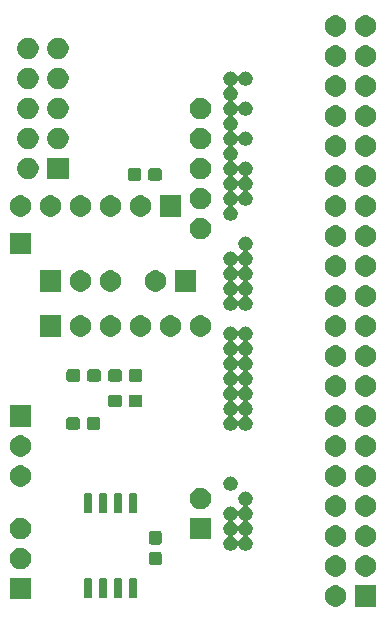
<source format=gbr>
G04 #@! TF.GenerationSoftware,KiCad,Pcbnew,(5.1.5-0)*
G04 #@! TF.CreationDate,2020-01-06T21:53:32-08:00*
G04 #@! TF.ProjectId,cisco_hwic_dev_board,63697363-6f5f-4687-9769-635f6465765f,rev?*
G04 #@! TF.SameCoordinates,Original*
G04 #@! TF.FileFunction,Soldermask,Top*
G04 #@! TF.FilePolarity,Negative*
%FSLAX46Y46*%
G04 Gerber Fmt 4.6, Leading zero omitted, Abs format (unit mm)*
G04 Created by KiCad (PCBNEW (5.1.5-0)) date 2020-01-06 21:53:32*
%MOMM*%
%LPD*%
G04 APERTURE LIST*
%ADD10C,0.100000*%
G04 APERTURE END LIST*
D10*
G36*
X-526784000Y535674000D02*
G01*
X-528586000Y535674000D01*
X-528586000Y537476000D01*
X-526784000Y537476000D01*
X-526784000Y535674000D01*
G37*
G36*
X-530111488Y537471073D02*
G01*
X-529962188Y537441376D01*
X-529798216Y537373456D01*
X-529650646Y537274853D01*
X-529525147Y537149354D01*
X-529426544Y537001784D01*
X-529358624Y536837812D01*
X-529324000Y536663741D01*
X-529324000Y536486259D01*
X-529358624Y536312188D01*
X-529426544Y536148216D01*
X-529525147Y536000646D01*
X-529650646Y535875147D01*
X-529798216Y535776544D01*
X-529962188Y535708624D01*
X-530111488Y535678927D01*
X-530136258Y535674000D01*
X-530313742Y535674000D01*
X-530338512Y535678927D01*
X-530487812Y535708624D01*
X-530651784Y535776544D01*
X-530799354Y535875147D01*
X-530924853Y536000646D01*
X-531023456Y536148216D01*
X-531091376Y536312188D01*
X-531126000Y536486259D01*
X-531126000Y536663741D01*
X-531091376Y536837812D01*
X-531023456Y537001784D01*
X-530924853Y537149354D01*
X-530799354Y537274853D01*
X-530651784Y537373456D01*
X-530487812Y537441376D01*
X-530338512Y537471073D01*
X-530313742Y537476000D01*
X-530136258Y537476000D01*
X-530111488Y537471073D01*
G37*
G36*
X-555994000Y536309000D02*
G01*
X-557796000Y536309000D01*
X-557796000Y538111000D01*
X-555994000Y538111000D01*
X-555994000Y536309000D01*
G37*
G36*
X-547110072Y538058236D02*
G01*
X-547088991Y538051840D01*
X-547069555Y538041452D01*
X-547052524Y538027476D01*
X-547038548Y538010445D01*
X-547028160Y537991009D01*
X-547021764Y537969928D01*
X-547019000Y537941860D01*
X-547019000Y536478140D01*
X-547021764Y536450072D01*
X-547028160Y536428991D01*
X-547038548Y536409555D01*
X-547052524Y536392524D01*
X-547069555Y536378548D01*
X-547088991Y536368160D01*
X-547110072Y536361764D01*
X-547138140Y536359000D01*
X-547601860Y536359000D01*
X-547629928Y536361764D01*
X-547651009Y536368160D01*
X-547670445Y536378548D01*
X-547687476Y536392524D01*
X-547701452Y536409555D01*
X-547711840Y536428991D01*
X-547718236Y536450072D01*
X-547721000Y536478140D01*
X-547721000Y537941860D01*
X-547718236Y537969928D01*
X-547711840Y537991009D01*
X-547701452Y538010445D01*
X-547687476Y538027476D01*
X-547670445Y538041452D01*
X-547651009Y538051840D01*
X-547629928Y538058236D01*
X-547601860Y538061000D01*
X-547138140Y538061000D01*
X-547110072Y538058236D01*
G37*
G36*
X-548380072Y538058236D02*
G01*
X-548358991Y538051840D01*
X-548339555Y538041452D01*
X-548322524Y538027476D01*
X-548308548Y538010445D01*
X-548298160Y537991009D01*
X-548291764Y537969928D01*
X-548289000Y537941860D01*
X-548289000Y536478140D01*
X-548291764Y536450072D01*
X-548298160Y536428991D01*
X-548308548Y536409555D01*
X-548322524Y536392524D01*
X-548339555Y536378548D01*
X-548358991Y536368160D01*
X-548380072Y536361764D01*
X-548408140Y536359000D01*
X-548871860Y536359000D01*
X-548899928Y536361764D01*
X-548921009Y536368160D01*
X-548940445Y536378548D01*
X-548957476Y536392524D01*
X-548971452Y536409555D01*
X-548981840Y536428991D01*
X-548988236Y536450072D01*
X-548991000Y536478140D01*
X-548991000Y537941860D01*
X-548988236Y537969928D01*
X-548981840Y537991009D01*
X-548971452Y538010445D01*
X-548957476Y538027476D01*
X-548940445Y538041452D01*
X-548921009Y538051840D01*
X-548899928Y538058236D01*
X-548871860Y538061000D01*
X-548408140Y538061000D01*
X-548380072Y538058236D01*
G37*
G36*
X-549650072Y538058236D02*
G01*
X-549628991Y538051840D01*
X-549609555Y538041452D01*
X-549592524Y538027476D01*
X-549578548Y538010445D01*
X-549568160Y537991009D01*
X-549561764Y537969928D01*
X-549559000Y537941860D01*
X-549559000Y536478140D01*
X-549561764Y536450072D01*
X-549568160Y536428991D01*
X-549578548Y536409555D01*
X-549592524Y536392524D01*
X-549609555Y536378548D01*
X-549628991Y536368160D01*
X-549650072Y536361764D01*
X-549678140Y536359000D01*
X-550141860Y536359000D01*
X-550169928Y536361764D01*
X-550191009Y536368160D01*
X-550210445Y536378548D01*
X-550227476Y536392524D01*
X-550241452Y536409555D01*
X-550251840Y536428991D01*
X-550258236Y536450072D01*
X-550261000Y536478140D01*
X-550261000Y537941860D01*
X-550258236Y537969928D01*
X-550251840Y537991009D01*
X-550241452Y538010445D01*
X-550227476Y538027476D01*
X-550210445Y538041452D01*
X-550191009Y538051840D01*
X-550169928Y538058236D01*
X-550141860Y538061000D01*
X-549678140Y538061000D01*
X-549650072Y538058236D01*
G37*
G36*
X-550920072Y538058236D02*
G01*
X-550898991Y538051840D01*
X-550879555Y538041452D01*
X-550862524Y538027476D01*
X-550848548Y538010445D01*
X-550838160Y537991009D01*
X-550831764Y537969928D01*
X-550829000Y537941860D01*
X-550829000Y536478140D01*
X-550831764Y536450072D01*
X-550838160Y536428991D01*
X-550848548Y536409555D01*
X-550862524Y536392524D01*
X-550879555Y536378548D01*
X-550898991Y536368160D01*
X-550920072Y536361764D01*
X-550948140Y536359000D01*
X-551411860Y536359000D01*
X-551439928Y536361764D01*
X-551461009Y536368160D01*
X-551480445Y536378548D01*
X-551497476Y536392524D01*
X-551511452Y536409555D01*
X-551521840Y536428991D01*
X-551528236Y536450072D01*
X-551531000Y536478140D01*
X-551531000Y537941860D01*
X-551528236Y537969928D01*
X-551521840Y537991009D01*
X-551511452Y538010445D01*
X-551497476Y538027476D01*
X-551480445Y538041452D01*
X-551461009Y538051840D01*
X-551439928Y538058236D01*
X-551411860Y538061000D01*
X-550948140Y538061000D01*
X-550920072Y538058236D01*
G37*
G36*
X-527580231Y540012812D02*
G01*
X-527422188Y539981376D01*
X-527258216Y539913456D01*
X-527110646Y539814853D01*
X-526985147Y539689354D01*
X-526886544Y539541784D01*
X-526818624Y539377812D01*
X-526784000Y539203741D01*
X-526784000Y539026259D01*
X-526818624Y538852188D01*
X-526886544Y538688216D01*
X-526985147Y538540646D01*
X-527110646Y538415147D01*
X-527258216Y538316544D01*
X-527422188Y538248624D01*
X-527571488Y538218927D01*
X-527596258Y538214000D01*
X-527773742Y538214000D01*
X-527798512Y538218927D01*
X-527947812Y538248624D01*
X-528111784Y538316544D01*
X-528259354Y538415147D01*
X-528384853Y538540646D01*
X-528483456Y538688216D01*
X-528551376Y538852188D01*
X-528586000Y539026259D01*
X-528586000Y539203741D01*
X-528551376Y539377812D01*
X-528483456Y539541784D01*
X-528384853Y539689354D01*
X-528259354Y539814853D01*
X-528111784Y539913456D01*
X-527947812Y539981376D01*
X-527789769Y540012812D01*
X-527773742Y540016000D01*
X-527596258Y540016000D01*
X-527580231Y540012812D01*
G37*
G36*
X-530120231Y540012812D02*
G01*
X-529962188Y539981376D01*
X-529798216Y539913456D01*
X-529650646Y539814853D01*
X-529525147Y539689354D01*
X-529426544Y539541784D01*
X-529358624Y539377812D01*
X-529324000Y539203741D01*
X-529324000Y539026259D01*
X-529358624Y538852188D01*
X-529426544Y538688216D01*
X-529525147Y538540646D01*
X-529650646Y538415147D01*
X-529798216Y538316544D01*
X-529962188Y538248624D01*
X-530111488Y538218927D01*
X-530136258Y538214000D01*
X-530313742Y538214000D01*
X-530338512Y538218927D01*
X-530487812Y538248624D01*
X-530651784Y538316544D01*
X-530799354Y538415147D01*
X-530924853Y538540646D01*
X-531023456Y538688216D01*
X-531091376Y538852188D01*
X-531126000Y539026259D01*
X-531126000Y539203741D01*
X-531091376Y539377812D01*
X-531023456Y539541784D01*
X-530924853Y539689354D01*
X-530799354Y539814853D01*
X-530651784Y539913456D01*
X-530487812Y539981376D01*
X-530329769Y540012812D01*
X-530313742Y540016000D01*
X-530136258Y540016000D01*
X-530120231Y540012812D01*
G37*
G36*
X-556781488Y540646073D02*
G01*
X-556632188Y540616376D01*
X-556468216Y540548456D01*
X-556320646Y540449853D01*
X-556195147Y540324354D01*
X-556096544Y540176784D01*
X-556028624Y540012812D01*
X-555994000Y539838741D01*
X-555994000Y539661259D01*
X-556028624Y539487188D01*
X-556096544Y539323216D01*
X-556195147Y539175646D01*
X-556320646Y539050147D01*
X-556468216Y538951544D01*
X-556632188Y538883624D01*
X-556781488Y538853927D01*
X-556806258Y538849000D01*
X-556983742Y538849000D01*
X-557008512Y538853927D01*
X-557157812Y538883624D01*
X-557321784Y538951544D01*
X-557469354Y539050147D01*
X-557594853Y539175646D01*
X-557693456Y539323216D01*
X-557761376Y539487188D01*
X-557796000Y539661259D01*
X-557796000Y539838741D01*
X-557761376Y540012812D01*
X-557693456Y540176784D01*
X-557594853Y540324354D01*
X-557469354Y540449853D01*
X-557321784Y540548456D01*
X-557157812Y540616376D01*
X-557008512Y540646073D01*
X-556983742Y540651000D01*
X-556806258Y540651000D01*
X-556781488Y540646073D01*
G37*
G36*
X-545100501Y540321555D02*
G01*
X-545063005Y540310180D01*
X-545028446Y540291708D01*
X-544998153Y540266847D01*
X-544973292Y540236554D01*
X-544954820Y540201995D01*
X-544943445Y540164499D01*
X-544939000Y540119362D01*
X-544939000Y539380638D01*
X-544943445Y539335501D01*
X-544954820Y539298005D01*
X-544973292Y539263446D01*
X-544998153Y539233153D01*
X-545028446Y539208292D01*
X-545063005Y539189820D01*
X-545100501Y539178445D01*
X-545145638Y539174000D01*
X-545784362Y539174000D01*
X-545829499Y539178445D01*
X-545866995Y539189820D01*
X-545901554Y539208292D01*
X-545931847Y539233153D01*
X-545956708Y539263446D01*
X-545975180Y539298005D01*
X-545986555Y539335501D01*
X-545991000Y539380638D01*
X-545991000Y540119362D01*
X-545986555Y540164499D01*
X-545975180Y540201995D01*
X-545956708Y540236554D01*
X-545931847Y540266847D01*
X-545901554Y540291708D01*
X-545866995Y540310180D01*
X-545829499Y540321555D01*
X-545784362Y540326000D01*
X-545145638Y540326000D01*
X-545100501Y540321555D01*
G37*
G36*
X-537708399Y545415603D02*
G01*
X-537669695Y545407904D01*
X-537637660Y545394635D01*
X-537560320Y545362600D01*
X-537461885Y545296827D01*
X-537378173Y545213115D01*
X-537312400Y545114680D01*
X-537267096Y545005304D01*
X-537244000Y544889195D01*
X-537244000Y544770805D01*
X-537267096Y544654696D01*
X-537312400Y544545320D01*
X-537378173Y544446885D01*
X-537461886Y544363172D01*
X-537558026Y544298933D01*
X-537576968Y544283387D01*
X-537592513Y544264445D01*
X-537604064Y544242835D01*
X-537611177Y544219386D01*
X-537613579Y544195000D01*
X-537611177Y544170614D01*
X-537604064Y544147165D01*
X-537592513Y544125554D01*
X-537576967Y544106612D01*
X-537558026Y544091067D01*
X-537461886Y544026828D01*
X-537378173Y543943115D01*
X-537312400Y543844680D01*
X-537267096Y543735304D01*
X-537244000Y543619195D01*
X-537244000Y543500805D01*
X-537267096Y543384696D01*
X-537312400Y543275320D01*
X-537378173Y543176885D01*
X-537461886Y543093172D01*
X-537558026Y543028933D01*
X-537576968Y543013387D01*
X-537592513Y542994445D01*
X-537604064Y542972835D01*
X-537611177Y542949386D01*
X-537613579Y542925000D01*
X-537611177Y542900614D01*
X-537604064Y542877165D01*
X-537592513Y542855554D01*
X-537576967Y542836612D01*
X-537558026Y542821067D01*
X-537461886Y542756828D01*
X-537378173Y542673115D01*
X-537312400Y542574680D01*
X-537267096Y542465304D01*
X-537244000Y542349195D01*
X-537244000Y542230805D01*
X-537267096Y542114696D01*
X-537312400Y542005320D01*
X-537378173Y541906885D01*
X-537461886Y541823172D01*
X-537558026Y541758933D01*
X-537576968Y541743387D01*
X-537592513Y541724445D01*
X-537604064Y541702835D01*
X-537611177Y541679386D01*
X-537613579Y541655000D01*
X-537611177Y541630614D01*
X-537604064Y541607165D01*
X-537592513Y541585554D01*
X-537576967Y541566612D01*
X-537558026Y541551067D01*
X-537461886Y541486828D01*
X-537378173Y541403115D01*
X-537312400Y541304680D01*
X-537267096Y541195304D01*
X-537244000Y541079195D01*
X-537244000Y540960805D01*
X-537267096Y540844696D01*
X-537312400Y540735320D01*
X-537378173Y540636885D01*
X-537461885Y540553173D01*
X-537560320Y540487400D01*
X-537637660Y540455365D01*
X-537669695Y540442096D01*
X-537708399Y540434397D01*
X-537785805Y540419000D01*
X-537904195Y540419000D01*
X-537981601Y540434397D01*
X-538020305Y540442096D01*
X-538052340Y540455365D01*
X-538129680Y540487400D01*
X-538228115Y540553173D01*
X-538311828Y540636886D01*
X-538376067Y540733026D01*
X-538391613Y540751968D01*
X-538410555Y540767513D01*
X-538432165Y540779064D01*
X-538455614Y540786177D01*
X-538480000Y540788579D01*
X-538504386Y540786177D01*
X-538527835Y540779064D01*
X-538549446Y540767513D01*
X-538568388Y540751967D01*
X-538583933Y540733026D01*
X-538648172Y540636886D01*
X-538731885Y540553173D01*
X-538830320Y540487400D01*
X-538907660Y540455365D01*
X-538939695Y540442096D01*
X-538978399Y540434397D01*
X-539055805Y540419000D01*
X-539174195Y540419000D01*
X-539251601Y540434397D01*
X-539290305Y540442096D01*
X-539322340Y540455365D01*
X-539399680Y540487400D01*
X-539498115Y540553173D01*
X-539581827Y540636885D01*
X-539647600Y540735320D01*
X-539692904Y540844696D01*
X-539716000Y540960805D01*
X-539716000Y541079195D01*
X-539692904Y541195304D01*
X-539647600Y541304680D01*
X-539581827Y541403115D01*
X-539498114Y541486828D01*
X-539401974Y541551067D01*
X-539383032Y541566613D01*
X-539367487Y541585555D01*
X-539355936Y541607165D01*
X-539348823Y541630614D01*
X-539346421Y541655000D01*
X-538883579Y541655000D01*
X-538881177Y541630614D01*
X-538874064Y541607165D01*
X-538862513Y541585554D01*
X-538846967Y541566612D01*
X-538828026Y541551067D01*
X-538731886Y541486828D01*
X-538648172Y541403114D01*
X-538583933Y541306974D01*
X-538568387Y541288032D01*
X-538549445Y541272487D01*
X-538527835Y541260936D01*
X-538504386Y541253823D01*
X-538480000Y541251421D01*
X-538455614Y541253823D01*
X-538432165Y541260936D01*
X-538410554Y541272487D01*
X-538391612Y541288033D01*
X-538376067Y541306974D01*
X-538311828Y541403114D01*
X-538228114Y541486828D01*
X-538131974Y541551067D01*
X-538113032Y541566613D01*
X-538097487Y541585555D01*
X-538085936Y541607165D01*
X-538078823Y541630614D01*
X-538076421Y541655000D01*
X-538078823Y541679386D01*
X-538085936Y541702835D01*
X-538097487Y541724446D01*
X-538113033Y541743388D01*
X-538131974Y541758933D01*
X-538228114Y541823172D01*
X-538311828Y541906886D01*
X-538376067Y542003026D01*
X-538391613Y542021968D01*
X-538410555Y542037513D01*
X-538432165Y542049064D01*
X-538455614Y542056177D01*
X-538480000Y542058579D01*
X-538504386Y542056177D01*
X-538527835Y542049064D01*
X-538549446Y542037513D01*
X-538568388Y542021967D01*
X-538583933Y542003026D01*
X-538648172Y541906886D01*
X-538731886Y541823172D01*
X-538828026Y541758933D01*
X-538846968Y541743387D01*
X-538862513Y541724445D01*
X-538874064Y541702835D01*
X-538881177Y541679386D01*
X-538883579Y541655000D01*
X-539346421Y541655000D01*
X-539348823Y541679386D01*
X-539355936Y541702835D01*
X-539367487Y541724446D01*
X-539383033Y541743388D01*
X-539401974Y541758933D01*
X-539498114Y541823172D01*
X-539581827Y541906885D01*
X-539647600Y542005320D01*
X-539692904Y542114696D01*
X-539716000Y542230805D01*
X-539716000Y542349195D01*
X-539692904Y542465304D01*
X-539647600Y542574680D01*
X-539581827Y542673115D01*
X-539498114Y542756828D01*
X-539401974Y542821067D01*
X-539383032Y542836613D01*
X-539367487Y542855555D01*
X-539355936Y542877165D01*
X-539348823Y542900614D01*
X-539346421Y542925000D01*
X-538883579Y542925000D01*
X-538881177Y542900614D01*
X-538874064Y542877165D01*
X-538862513Y542855554D01*
X-538846967Y542836612D01*
X-538828026Y542821067D01*
X-538731886Y542756828D01*
X-538648172Y542673114D01*
X-538583933Y542576974D01*
X-538568387Y542558032D01*
X-538549445Y542542487D01*
X-538527835Y542530936D01*
X-538504386Y542523823D01*
X-538480000Y542521421D01*
X-538455614Y542523823D01*
X-538432165Y542530936D01*
X-538410554Y542542487D01*
X-538391612Y542558033D01*
X-538376067Y542576974D01*
X-538311828Y542673114D01*
X-538228114Y542756828D01*
X-538131974Y542821067D01*
X-538113032Y542836613D01*
X-538097487Y542855555D01*
X-538085936Y542877165D01*
X-538078823Y542900614D01*
X-538076421Y542925000D01*
X-538078823Y542949386D01*
X-538085936Y542972835D01*
X-538097487Y542994446D01*
X-538113033Y543013388D01*
X-538131974Y543028933D01*
X-538228114Y543093172D01*
X-538311828Y543176886D01*
X-538376067Y543273026D01*
X-538391613Y543291968D01*
X-538410555Y543307513D01*
X-538432165Y543319064D01*
X-538455614Y543326177D01*
X-538480000Y543328579D01*
X-538504386Y543326177D01*
X-538527835Y543319064D01*
X-538549446Y543307513D01*
X-538568388Y543291967D01*
X-538583933Y543273026D01*
X-538648172Y543176886D01*
X-538731886Y543093172D01*
X-538828026Y543028933D01*
X-538846968Y543013387D01*
X-538862513Y542994445D01*
X-538874064Y542972835D01*
X-538881177Y542949386D01*
X-538883579Y542925000D01*
X-539346421Y542925000D01*
X-539348823Y542949386D01*
X-539355936Y542972835D01*
X-539367487Y542994446D01*
X-539383033Y543013388D01*
X-539401974Y543028933D01*
X-539498114Y543093172D01*
X-539581827Y543176885D01*
X-539647600Y543275320D01*
X-539692904Y543384696D01*
X-539716000Y543500805D01*
X-539716000Y543619195D01*
X-539692904Y543735304D01*
X-539647600Y543844680D01*
X-539581827Y543943115D01*
X-539498115Y544026827D01*
X-539399680Y544092600D01*
X-539320118Y544125555D01*
X-539290305Y544137904D01*
X-539243747Y544147165D01*
X-539174195Y544161000D01*
X-539055805Y544161000D01*
X-538986253Y544147165D01*
X-538939695Y544137904D01*
X-538909882Y544125555D01*
X-538830320Y544092600D01*
X-538731885Y544026827D01*
X-538648172Y543943114D01*
X-538583933Y543846974D01*
X-538568387Y543828032D01*
X-538549445Y543812487D01*
X-538527835Y543800936D01*
X-538504386Y543793823D01*
X-538480000Y543791421D01*
X-538455614Y543793823D01*
X-538432165Y543800936D01*
X-538410554Y543812487D01*
X-538391612Y543828033D01*
X-538376067Y543846974D01*
X-538311828Y543943114D01*
X-538228114Y544026828D01*
X-538131974Y544091067D01*
X-538113032Y544106613D01*
X-538097487Y544125555D01*
X-538085936Y544147165D01*
X-538078823Y544170614D01*
X-538076421Y544195000D01*
X-538078823Y544219386D01*
X-538085936Y544242835D01*
X-538097487Y544264446D01*
X-538113033Y544283388D01*
X-538131974Y544298933D01*
X-538228114Y544363172D01*
X-538311827Y544446885D01*
X-538377600Y544545320D01*
X-538422904Y544654696D01*
X-538446000Y544770805D01*
X-538446000Y544889195D01*
X-538422904Y545005304D01*
X-538377600Y545114680D01*
X-538311827Y545213115D01*
X-538228115Y545296827D01*
X-538129680Y545362600D01*
X-538052340Y545394635D01*
X-538020305Y545407904D01*
X-537981601Y545415603D01*
X-537904195Y545431000D01*
X-537785805Y545431000D01*
X-537708399Y545415603D01*
G37*
G36*
X-530120231Y542552812D02*
G01*
X-529962188Y542521376D01*
X-529798216Y542453456D01*
X-529650646Y542354853D01*
X-529525147Y542229354D01*
X-529426544Y542081784D01*
X-529358624Y541917812D01*
X-529324000Y541743741D01*
X-529324000Y541566259D01*
X-529358624Y541392188D01*
X-529426544Y541228216D01*
X-529525147Y541080646D01*
X-529650646Y540955147D01*
X-529798216Y540856544D01*
X-529962188Y540788624D01*
X-530111488Y540758927D01*
X-530136258Y540754000D01*
X-530313742Y540754000D01*
X-530338512Y540758927D01*
X-530487812Y540788624D01*
X-530651784Y540856544D01*
X-530799354Y540955147D01*
X-530924853Y541080646D01*
X-531023456Y541228216D01*
X-531091376Y541392188D01*
X-531126000Y541566259D01*
X-531126000Y541743741D01*
X-531091376Y541917812D01*
X-531023456Y542081784D01*
X-530924853Y542229354D01*
X-530799354Y542354853D01*
X-530651784Y542453456D01*
X-530487812Y542521376D01*
X-530329769Y542552812D01*
X-530313742Y542556000D01*
X-530136258Y542556000D01*
X-530120231Y542552812D01*
G37*
G36*
X-527580231Y542552812D02*
G01*
X-527422188Y542521376D01*
X-527258216Y542453456D01*
X-527110646Y542354853D01*
X-526985147Y542229354D01*
X-526886544Y542081784D01*
X-526818624Y541917812D01*
X-526784000Y541743741D01*
X-526784000Y541566259D01*
X-526818624Y541392188D01*
X-526886544Y541228216D01*
X-526985147Y541080646D01*
X-527110646Y540955147D01*
X-527258216Y540856544D01*
X-527422188Y540788624D01*
X-527571488Y540758927D01*
X-527596258Y540754000D01*
X-527773742Y540754000D01*
X-527798512Y540758927D01*
X-527947812Y540788624D01*
X-528111784Y540856544D01*
X-528259354Y540955147D01*
X-528384853Y541080646D01*
X-528483456Y541228216D01*
X-528551376Y541392188D01*
X-528586000Y541566259D01*
X-528586000Y541743741D01*
X-528551376Y541917812D01*
X-528483456Y542081784D01*
X-528384853Y542229354D01*
X-528259354Y542354853D01*
X-528111784Y542453456D01*
X-527947812Y542521376D01*
X-527789769Y542552812D01*
X-527773742Y542556000D01*
X-527596258Y542556000D01*
X-527580231Y542552812D01*
G37*
G36*
X-545100501Y542071555D02*
G01*
X-545063005Y542060180D01*
X-545028446Y542041708D01*
X-544998153Y542016847D01*
X-544973292Y541986554D01*
X-544954820Y541951995D01*
X-544943445Y541914499D01*
X-544939000Y541869362D01*
X-544939000Y541130638D01*
X-544943445Y541085501D01*
X-544954820Y541048005D01*
X-544973292Y541013446D01*
X-544998153Y540983153D01*
X-545028446Y540958292D01*
X-545063005Y540939820D01*
X-545100501Y540928445D01*
X-545145638Y540924000D01*
X-545784362Y540924000D01*
X-545829499Y540928445D01*
X-545866995Y540939820D01*
X-545901554Y540958292D01*
X-545931847Y540983153D01*
X-545956708Y541013446D01*
X-545975180Y541048005D01*
X-545986555Y541085501D01*
X-545991000Y541130638D01*
X-545991000Y541869362D01*
X-545986555Y541914499D01*
X-545975180Y541951995D01*
X-545956708Y541986554D01*
X-545931847Y542016847D01*
X-545901554Y542041708D01*
X-545866995Y542060180D01*
X-545829499Y542071555D01*
X-545784362Y542076000D01*
X-545145638Y542076000D01*
X-545100501Y542071555D01*
G37*
G36*
X-540754000Y541389000D02*
G01*
X-542556000Y541389000D01*
X-542556000Y543191000D01*
X-540754000Y543191000D01*
X-540754000Y541389000D01*
G37*
G36*
X-556781488Y543186073D02*
G01*
X-556632188Y543156376D01*
X-556468216Y543088456D01*
X-556320646Y542989853D01*
X-556195147Y542864354D01*
X-556096544Y542716784D01*
X-556028624Y542552812D01*
X-555994000Y542378741D01*
X-555994000Y542201259D01*
X-556028624Y542027188D01*
X-556096544Y541863216D01*
X-556195147Y541715646D01*
X-556320646Y541590147D01*
X-556468216Y541491544D01*
X-556632188Y541423624D01*
X-556781488Y541393927D01*
X-556806258Y541389000D01*
X-556983742Y541389000D01*
X-557008512Y541393927D01*
X-557157812Y541423624D01*
X-557321784Y541491544D01*
X-557469354Y541590147D01*
X-557594853Y541715646D01*
X-557693456Y541863216D01*
X-557761376Y542027188D01*
X-557796000Y542201259D01*
X-557796000Y542378741D01*
X-557761376Y542552812D01*
X-557693456Y542716784D01*
X-557594853Y542864354D01*
X-557469354Y542989853D01*
X-557321784Y543088456D01*
X-557157812Y543156376D01*
X-557008512Y543186073D01*
X-556983742Y543191000D01*
X-556806258Y543191000D01*
X-556781488Y543186073D01*
G37*
G36*
X-527580231Y545092812D02*
G01*
X-527422188Y545061376D01*
X-527258216Y544993456D01*
X-527110646Y544894853D01*
X-526985147Y544769354D01*
X-526886544Y544621784D01*
X-526818624Y544457812D01*
X-526784000Y544283741D01*
X-526784000Y544106259D01*
X-526818624Y543932188D01*
X-526886544Y543768216D01*
X-526985147Y543620646D01*
X-527110646Y543495147D01*
X-527258216Y543396544D01*
X-527422188Y543328624D01*
X-527571488Y543298927D01*
X-527596258Y543294000D01*
X-527773742Y543294000D01*
X-527798512Y543298927D01*
X-527947812Y543328624D01*
X-528111784Y543396544D01*
X-528259354Y543495147D01*
X-528384853Y543620646D01*
X-528483456Y543768216D01*
X-528551376Y543932188D01*
X-528586000Y544106259D01*
X-528586000Y544283741D01*
X-528551376Y544457812D01*
X-528483456Y544621784D01*
X-528384853Y544769354D01*
X-528259354Y544894853D01*
X-528111784Y544993456D01*
X-527947812Y545061376D01*
X-527789769Y545092812D01*
X-527773742Y545096000D01*
X-527596258Y545096000D01*
X-527580231Y545092812D01*
G37*
G36*
X-530120231Y545092812D02*
G01*
X-529962188Y545061376D01*
X-529798216Y544993456D01*
X-529650646Y544894853D01*
X-529525147Y544769354D01*
X-529426544Y544621784D01*
X-529358624Y544457812D01*
X-529324000Y544283741D01*
X-529324000Y544106259D01*
X-529358624Y543932188D01*
X-529426544Y543768216D01*
X-529525147Y543620646D01*
X-529650646Y543495147D01*
X-529798216Y543396544D01*
X-529962188Y543328624D01*
X-530111488Y543298927D01*
X-530136258Y543294000D01*
X-530313742Y543294000D01*
X-530338512Y543298927D01*
X-530487812Y543328624D01*
X-530651784Y543396544D01*
X-530799354Y543495147D01*
X-530924853Y543620646D01*
X-531023456Y543768216D01*
X-531091376Y543932188D01*
X-531126000Y544106259D01*
X-531126000Y544283741D01*
X-531091376Y544457812D01*
X-531023456Y544621784D01*
X-530924853Y544769354D01*
X-530799354Y544894853D01*
X-530651784Y544993456D01*
X-530487812Y545061376D01*
X-530329769Y545092812D01*
X-530313742Y545096000D01*
X-530136258Y545096000D01*
X-530120231Y545092812D01*
G37*
G36*
X-549650072Y545258236D02*
G01*
X-549628991Y545251840D01*
X-549609555Y545241452D01*
X-549592524Y545227476D01*
X-549578548Y545210445D01*
X-549568160Y545191009D01*
X-549561764Y545169928D01*
X-549559000Y545141860D01*
X-549559000Y543678140D01*
X-549561764Y543650072D01*
X-549568160Y543628991D01*
X-549578548Y543609555D01*
X-549592524Y543592524D01*
X-549609555Y543578548D01*
X-549628991Y543568160D01*
X-549650072Y543561764D01*
X-549678140Y543559000D01*
X-550141860Y543559000D01*
X-550169928Y543561764D01*
X-550191009Y543568160D01*
X-550210445Y543578548D01*
X-550227476Y543592524D01*
X-550241452Y543609555D01*
X-550251840Y543628991D01*
X-550258236Y543650072D01*
X-550261000Y543678140D01*
X-550261000Y545141860D01*
X-550258236Y545169928D01*
X-550251840Y545191009D01*
X-550241452Y545210445D01*
X-550227476Y545227476D01*
X-550210445Y545241452D01*
X-550191009Y545251840D01*
X-550169928Y545258236D01*
X-550141860Y545261000D01*
X-549678140Y545261000D01*
X-549650072Y545258236D01*
G37*
G36*
X-550920072Y545258236D02*
G01*
X-550898991Y545251840D01*
X-550879555Y545241452D01*
X-550862524Y545227476D01*
X-550848548Y545210445D01*
X-550838160Y545191009D01*
X-550831764Y545169928D01*
X-550829000Y545141860D01*
X-550829000Y543678140D01*
X-550831764Y543650072D01*
X-550838160Y543628991D01*
X-550848548Y543609555D01*
X-550862524Y543592524D01*
X-550879555Y543578548D01*
X-550898991Y543568160D01*
X-550920072Y543561764D01*
X-550948140Y543559000D01*
X-551411860Y543559000D01*
X-551439928Y543561764D01*
X-551461009Y543568160D01*
X-551480445Y543578548D01*
X-551497476Y543592524D01*
X-551511452Y543609555D01*
X-551521840Y543628991D01*
X-551528236Y543650072D01*
X-551531000Y543678140D01*
X-551531000Y545141860D01*
X-551528236Y545169928D01*
X-551521840Y545191009D01*
X-551511452Y545210445D01*
X-551497476Y545227476D01*
X-551480445Y545241452D01*
X-551461009Y545251840D01*
X-551439928Y545258236D01*
X-551411860Y545261000D01*
X-550948140Y545261000D01*
X-550920072Y545258236D01*
G37*
G36*
X-548380072Y545258236D02*
G01*
X-548358991Y545251840D01*
X-548339555Y545241452D01*
X-548322524Y545227476D01*
X-548308548Y545210445D01*
X-548298160Y545191009D01*
X-548291764Y545169928D01*
X-548289000Y545141860D01*
X-548289000Y543678140D01*
X-548291764Y543650072D01*
X-548298160Y543628991D01*
X-548308548Y543609555D01*
X-548322524Y543592524D01*
X-548339555Y543578548D01*
X-548358991Y543568160D01*
X-548380072Y543561764D01*
X-548408140Y543559000D01*
X-548871860Y543559000D01*
X-548899928Y543561764D01*
X-548921009Y543568160D01*
X-548940445Y543578548D01*
X-548957476Y543592524D01*
X-548971452Y543609555D01*
X-548981840Y543628991D01*
X-548988236Y543650072D01*
X-548991000Y543678140D01*
X-548991000Y545141860D01*
X-548988236Y545169928D01*
X-548981840Y545191009D01*
X-548971452Y545210445D01*
X-548957476Y545227476D01*
X-548940445Y545241452D01*
X-548921009Y545251840D01*
X-548899928Y545258236D01*
X-548871860Y545261000D01*
X-548408140Y545261000D01*
X-548380072Y545258236D01*
G37*
G36*
X-547110072Y545258236D02*
G01*
X-547088991Y545251840D01*
X-547069555Y545241452D01*
X-547052524Y545227476D01*
X-547038548Y545210445D01*
X-547028160Y545191009D01*
X-547021764Y545169928D01*
X-547019000Y545141860D01*
X-547019000Y543678140D01*
X-547021764Y543650072D01*
X-547028160Y543628991D01*
X-547038548Y543609555D01*
X-547052524Y543592524D01*
X-547069555Y543578548D01*
X-547088991Y543568160D01*
X-547110072Y543561764D01*
X-547138140Y543559000D01*
X-547601860Y543559000D01*
X-547629928Y543561764D01*
X-547651009Y543568160D01*
X-547670445Y543578548D01*
X-547687476Y543592524D01*
X-547701452Y543609555D01*
X-547711840Y543628991D01*
X-547718236Y543650072D01*
X-547721000Y543678140D01*
X-547721000Y545141860D01*
X-547718236Y545169928D01*
X-547711840Y545191009D01*
X-547701452Y545210445D01*
X-547687476Y545227476D01*
X-547670445Y545241452D01*
X-547651009Y545251840D01*
X-547629928Y545258236D01*
X-547601860Y545261000D01*
X-547138140Y545261000D01*
X-547110072Y545258236D01*
G37*
G36*
X-541541488Y545726073D02*
G01*
X-541392188Y545696376D01*
X-541228216Y545628456D01*
X-541080646Y545529853D01*
X-540955147Y545404354D01*
X-540856544Y545256784D01*
X-540788624Y545092812D01*
X-540754000Y544918741D01*
X-540754000Y544741259D01*
X-540788624Y544567188D01*
X-540856544Y544403216D01*
X-540955147Y544255646D01*
X-541080646Y544130147D01*
X-541228216Y544031544D01*
X-541392188Y543963624D01*
X-541541488Y543933927D01*
X-541566258Y543929000D01*
X-541743742Y543929000D01*
X-541768512Y543933927D01*
X-541917812Y543963624D01*
X-542081784Y544031544D01*
X-542229354Y544130147D01*
X-542354853Y544255646D01*
X-542453456Y544403216D01*
X-542521376Y544567188D01*
X-542556000Y544741259D01*
X-542556000Y544918741D01*
X-542521376Y545092812D01*
X-542453456Y545256784D01*
X-542354853Y545404354D01*
X-542229354Y545529853D01*
X-542081784Y545628456D01*
X-541917812Y545696376D01*
X-541768512Y545726073D01*
X-541743742Y545731000D01*
X-541566258Y545731000D01*
X-541541488Y545726073D01*
G37*
G36*
X-538978399Y546685603D02*
G01*
X-538939695Y546677904D01*
X-538907660Y546664635D01*
X-538830320Y546632600D01*
X-538731885Y546566827D01*
X-538648173Y546483115D01*
X-538582400Y546384680D01*
X-538537096Y546275304D01*
X-538514000Y546159195D01*
X-538514000Y546040805D01*
X-538537096Y545924696D01*
X-538582400Y545815320D01*
X-538648173Y545716885D01*
X-538731885Y545633173D01*
X-538830320Y545567400D01*
X-538907660Y545535365D01*
X-538939695Y545522096D01*
X-538978399Y545514397D01*
X-539055805Y545499000D01*
X-539174195Y545499000D01*
X-539251601Y545514397D01*
X-539290305Y545522096D01*
X-539322340Y545535365D01*
X-539399680Y545567400D01*
X-539498115Y545633173D01*
X-539581827Y545716885D01*
X-539647600Y545815320D01*
X-539692904Y545924696D01*
X-539716000Y546040805D01*
X-539716000Y546159195D01*
X-539692904Y546275304D01*
X-539647600Y546384680D01*
X-539581827Y546483115D01*
X-539498115Y546566827D01*
X-539399680Y546632600D01*
X-539322340Y546664635D01*
X-539290305Y546677904D01*
X-539251601Y546685603D01*
X-539174195Y546701000D01*
X-539055805Y546701000D01*
X-538978399Y546685603D01*
G37*
G36*
X-556781488Y547631073D02*
G01*
X-556632188Y547601376D01*
X-556468216Y547533456D01*
X-556320646Y547434853D01*
X-556195147Y547309354D01*
X-556096544Y547161784D01*
X-556028624Y546997812D01*
X-555994000Y546823741D01*
X-555994000Y546646259D01*
X-556028624Y546472188D01*
X-556096544Y546308216D01*
X-556195147Y546160646D01*
X-556320646Y546035147D01*
X-556468216Y545936544D01*
X-556632188Y545868624D01*
X-556781488Y545838927D01*
X-556806258Y545834000D01*
X-556983742Y545834000D01*
X-557008512Y545838927D01*
X-557157812Y545868624D01*
X-557321784Y545936544D01*
X-557469354Y546035147D01*
X-557594853Y546160646D01*
X-557693456Y546308216D01*
X-557761376Y546472188D01*
X-557796000Y546646259D01*
X-557796000Y546823741D01*
X-557761376Y546997812D01*
X-557693456Y547161784D01*
X-557594853Y547309354D01*
X-557469354Y547434853D01*
X-557321784Y547533456D01*
X-557157812Y547601376D01*
X-557008512Y547631073D01*
X-556983742Y547636000D01*
X-556806258Y547636000D01*
X-556781488Y547631073D01*
G37*
G36*
X-530111488Y547631073D02*
G01*
X-529962188Y547601376D01*
X-529798216Y547533456D01*
X-529650646Y547434853D01*
X-529525147Y547309354D01*
X-529426544Y547161784D01*
X-529358624Y546997812D01*
X-529324000Y546823741D01*
X-529324000Y546646259D01*
X-529358624Y546472188D01*
X-529426544Y546308216D01*
X-529525147Y546160646D01*
X-529650646Y546035147D01*
X-529798216Y545936544D01*
X-529962188Y545868624D01*
X-530111488Y545838927D01*
X-530136258Y545834000D01*
X-530313742Y545834000D01*
X-530338512Y545838927D01*
X-530487812Y545868624D01*
X-530651784Y545936544D01*
X-530799354Y546035147D01*
X-530924853Y546160646D01*
X-531023456Y546308216D01*
X-531091376Y546472188D01*
X-531126000Y546646259D01*
X-531126000Y546823741D01*
X-531091376Y546997812D01*
X-531023456Y547161784D01*
X-530924853Y547309354D01*
X-530799354Y547434853D01*
X-530651784Y547533456D01*
X-530487812Y547601376D01*
X-530338512Y547631073D01*
X-530313742Y547636000D01*
X-530136258Y547636000D01*
X-530111488Y547631073D01*
G37*
G36*
X-527571488Y547631073D02*
G01*
X-527422188Y547601376D01*
X-527258216Y547533456D01*
X-527110646Y547434853D01*
X-526985147Y547309354D01*
X-526886544Y547161784D01*
X-526818624Y546997812D01*
X-526784000Y546823741D01*
X-526784000Y546646259D01*
X-526818624Y546472188D01*
X-526886544Y546308216D01*
X-526985147Y546160646D01*
X-527110646Y546035147D01*
X-527258216Y545936544D01*
X-527422188Y545868624D01*
X-527571488Y545838927D01*
X-527596258Y545834000D01*
X-527773742Y545834000D01*
X-527798512Y545838927D01*
X-527947812Y545868624D01*
X-528111784Y545936544D01*
X-528259354Y546035147D01*
X-528384853Y546160646D01*
X-528483456Y546308216D01*
X-528551376Y546472188D01*
X-528586000Y546646259D01*
X-528586000Y546823741D01*
X-528551376Y546997812D01*
X-528483456Y547161784D01*
X-528384853Y547309354D01*
X-528259354Y547434853D01*
X-528111784Y547533456D01*
X-527947812Y547601376D01*
X-527798512Y547631073D01*
X-527773742Y547636000D01*
X-527596258Y547636000D01*
X-527571488Y547631073D01*
G37*
G36*
X-556781488Y550171073D02*
G01*
X-556632188Y550141376D01*
X-556468216Y550073456D01*
X-556320646Y549974853D01*
X-556195147Y549849354D01*
X-556096544Y549701784D01*
X-556028624Y549537812D01*
X-555994000Y549363741D01*
X-555994000Y549186259D01*
X-556028624Y549012188D01*
X-556096544Y548848216D01*
X-556195147Y548700646D01*
X-556320646Y548575147D01*
X-556468216Y548476544D01*
X-556632188Y548408624D01*
X-556781488Y548378927D01*
X-556806258Y548374000D01*
X-556983742Y548374000D01*
X-557008512Y548378927D01*
X-557157812Y548408624D01*
X-557321784Y548476544D01*
X-557469354Y548575147D01*
X-557594853Y548700646D01*
X-557693456Y548848216D01*
X-557761376Y549012188D01*
X-557796000Y549186259D01*
X-557796000Y549363741D01*
X-557761376Y549537812D01*
X-557693456Y549701784D01*
X-557594853Y549849354D01*
X-557469354Y549974853D01*
X-557321784Y550073456D01*
X-557157812Y550141376D01*
X-557008512Y550171073D01*
X-556983742Y550176000D01*
X-556806258Y550176000D01*
X-556781488Y550171073D01*
G37*
G36*
X-530111488Y550171073D02*
G01*
X-529962188Y550141376D01*
X-529798216Y550073456D01*
X-529650646Y549974853D01*
X-529525147Y549849354D01*
X-529426544Y549701784D01*
X-529358624Y549537812D01*
X-529324000Y549363741D01*
X-529324000Y549186259D01*
X-529358624Y549012188D01*
X-529426544Y548848216D01*
X-529525147Y548700646D01*
X-529650646Y548575147D01*
X-529798216Y548476544D01*
X-529962188Y548408624D01*
X-530111488Y548378927D01*
X-530136258Y548374000D01*
X-530313742Y548374000D01*
X-530338512Y548378927D01*
X-530487812Y548408624D01*
X-530651784Y548476544D01*
X-530799354Y548575147D01*
X-530924853Y548700646D01*
X-531023456Y548848216D01*
X-531091376Y549012188D01*
X-531126000Y549186259D01*
X-531126000Y549363741D01*
X-531091376Y549537812D01*
X-531023456Y549701784D01*
X-530924853Y549849354D01*
X-530799354Y549974853D01*
X-530651784Y550073456D01*
X-530487812Y550141376D01*
X-530338512Y550171073D01*
X-530313742Y550176000D01*
X-530136258Y550176000D01*
X-530111488Y550171073D01*
G37*
G36*
X-527571488Y550171073D02*
G01*
X-527422188Y550141376D01*
X-527258216Y550073456D01*
X-527110646Y549974853D01*
X-526985147Y549849354D01*
X-526886544Y549701784D01*
X-526818624Y549537812D01*
X-526784000Y549363741D01*
X-526784000Y549186259D01*
X-526818624Y549012188D01*
X-526886544Y548848216D01*
X-526985147Y548700646D01*
X-527110646Y548575147D01*
X-527258216Y548476544D01*
X-527422188Y548408624D01*
X-527571488Y548378927D01*
X-527596258Y548374000D01*
X-527773742Y548374000D01*
X-527798512Y548378927D01*
X-527947812Y548408624D01*
X-528111784Y548476544D01*
X-528259354Y548575147D01*
X-528384853Y548700646D01*
X-528483456Y548848216D01*
X-528551376Y549012188D01*
X-528586000Y549186259D01*
X-528586000Y549363741D01*
X-528551376Y549537812D01*
X-528483456Y549701784D01*
X-528384853Y549849354D01*
X-528259354Y549974853D01*
X-528111784Y550073456D01*
X-527947812Y550141376D01*
X-527798512Y550171073D01*
X-527773742Y550176000D01*
X-527596258Y550176000D01*
X-527571488Y550171073D01*
G37*
G36*
X-538978399Y559385603D02*
G01*
X-538939695Y559377904D01*
X-538907660Y559364635D01*
X-538830320Y559332600D01*
X-538731885Y559266827D01*
X-538648172Y559183114D01*
X-538583933Y559086974D01*
X-538568387Y559068032D01*
X-538549445Y559052487D01*
X-538527835Y559040936D01*
X-538504386Y559033823D01*
X-538480000Y559031421D01*
X-538455614Y559033823D01*
X-538432165Y559040936D01*
X-538410554Y559052487D01*
X-538391612Y559068033D01*
X-538376067Y559086974D01*
X-538311828Y559183114D01*
X-538228115Y559266827D01*
X-538129680Y559332600D01*
X-538052340Y559364635D01*
X-538020305Y559377904D01*
X-537981601Y559385603D01*
X-537904195Y559401000D01*
X-537785805Y559401000D01*
X-537708399Y559385603D01*
X-537669695Y559377904D01*
X-537637660Y559364635D01*
X-537560320Y559332600D01*
X-537461885Y559266827D01*
X-537378173Y559183115D01*
X-537312400Y559084680D01*
X-537267096Y558975304D01*
X-537244000Y558859195D01*
X-537244000Y558740805D01*
X-537267096Y558624696D01*
X-537312400Y558515320D01*
X-537378173Y558416885D01*
X-537461886Y558333172D01*
X-537558026Y558268933D01*
X-537576968Y558253387D01*
X-537592513Y558234445D01*
X-537604064Y558212835D01*
X-537611177Y558189386D01*
X-537613579Y558165000D01*
X-537611177Y558140614D01*
X-537604064Y558117165D01*
X-537592513Y558095554D01*
X-537576967Y558076612D01*
X-537558026Y558061067D01*
X-537461886Y557996828D01*
X-537378173Y557913115D01*
X-537312400Y557814680D01*
X-537267096Y557705304D01*
X-537244000Y557589195D01*
X-537244000Y557470805D01*
X-537267096Y557354696D01*
X-537312400Y557245320D01*
X-537378173Y557146885D01*
X-537461886Y557063172D01*
X-537558026Y556998933D01*
X-537576968Y556983387D01*
X-537592513Y556964445D01*
X-537604064Y556942835D01*
X-537611177Y556919386D01*
X-537613579Y556895000D01*
X-537611177Y556870614D01*
X-537604064Y556847165D01*
X-537592513Y556825554D01*
X-537576967Y556806612D01*
X-537558026Y556791067D01*
X-537461886Y556726828D01*
X-537378173Y556643115D01*
X-537312400Y556544680D01*
X-537267096Y556435304D01*
X-537244000Y556319195D01*
X-537244000Y556200805D01*
X-537267096Y556084696D01*
X-537312400Y555975320D01*
X-537378173Y555876885D01*
X-537461886Y555793172D01*
X-537558026Y555728933D01*
X-537576968Y555713387D01*
X-537592513Y555694445D01*
X-537604064Y555672835D01*
X-537611177Y555649386D01*
X-537613579Y555625000D01*
X-537611177Y555600614D01*
X-537604064Y555577165D01*
X-537592513Y555555554D01*
X-537576967Y555536612D01*
X-537558026Y555521067D01*
X-537461886Y555456828D01*
X-537378173Y555373115D01*
X-537312400Y555274680D01*
X-537267096Y555165304D01*
X-537244000Y555049195D01*
X-537244000Y554930805D01*
X-537267096Y554814696D01*
X-537312400Y554705320D01*
X-537378173Y554606885D01*
X-537461886Y554523172D01*
X-537558026Y554458933D01*
X-537576968Y554443387D01*
X-537592513Y554424445D01*
X-537604064Y554402835D01*
X-537611177Y554379386D01*
X-537613579Y554355000D01*
X-537611177Y554330614D01*
X-537604064Y554307165D01*
X-537592513Y554285554D01*
X-537576967Y554266612D01*
X-537558026Y554251067D01*
X-537461886Y554186828D01*
X-537378173Y554103115D01*
X-537312400Y554004680D01*
X-537267096Y553895304D01*
X-537244000Y553779195D01*
X-537244000Y553660805D01*
X-537253907Y553611000D01*
X-537267096Y553544695D01*
X-537280365Y553512660D01*
X-537312400Y553435320D01*
X-537378173Y553336885D01*
X-537461886Y553253172D01*
X-537558026Y553188933D01*
X-537576968Y553173387D01*
X-537592513Y553154445D01*
X-537604064Y553132835D01*
X-537611177Y553109386D01*
X-537613579Y553085000D01*
X-537611177Y553060614D01*
X-537604064Y553037165D01*
X-537592513Y553015554D01*
X-537576967Y552996612D01*
X-537558026Y552981067D01*
X-537461886Y552916828D01*
X-537378173Y552833115D01*
X-537312400Y552734680D01*
X-537290321Y552681375D01*
X-537267096Y552625305D01*
X-537264739Y552613456D01*
X-537244000Y552509195D01*
X-537244000Y552390805D01*
X-537267096Y552274696D01*
X-537312400Y552165320D01*
X-537378173Y552066885D01*
X-537461886Y551983172D01*
X-537558026Y551918933D01*
X-537576968Y551903387D01*
X-537592513Y551884445D01*
X-537604064Y551862835D01*
X-537611177Y551839386D01*
X-537613579Y551815000D01*
X-537611177Y551790614D01*
X-537604064Y551767165D01*
X-537592513Y551745554D01*
X-537576967Y551726612D01*
X-537558026Y551711067D01*
X-537461886Y551646828D01*
X-537378173Y551563115D01*
X-537312400Y551464680D01*
X-537267096Y551355304D01*
X-537244000Y551239195D01*
X-537244000Y551120805D01*
X-537267096Y551004696D01*
X-537312400Y550895320D01*
X-537378173Y550796885D01*
X-537461885Y550713173D01*
X-537560320Y550647400D01*
X-537637660Y550615365D01*
X-537669695Y550602096D01*
X-537708399Y550594397D01*
X-537785805Y550579000D01*
X-537904195Y550579000D01*
X-537981601Y550594397D01*
X-538020305Y550602096D01*
X-538052340Y550615365D01*
X-538129680Y550647400D01*
X-538228115Y550713173D01*
X-538311828Y550796886D01*
X-538376067Y550893026D01*
X-538391613Y550911968D01*
X-538410555Y550927513D01*
X-538432165Y550939064D01*
X-538455614Y550946177D01*
X-538480000Y550948579D01*
X-538504386Y550946177D01*
X-538527835Y550939064D01*
X-538549446Y550927513D01*
X-538568388Y550911967D01*
X-538583933Y550893026D01*
X-538648172Y550796886D01*
X-538731885Y550713173D01*
X-538830320Y550647400D01*
X-538907660Y550615365D01*
X-538939695Y550602096D01*
X-538978399Y550594397D01*
X-539055805Y550579000D01*
X-539174195Y550579000D01*
X-539251601Y550594397D01*
X-539290305Y550602096D01*
X-539322340Y550615365D01*
X-539399680Y550647400D01*
X-539498115Y550713173D01*
X-539581827Y550796885D01*
X-539647600Y550895320D01*
X-539692904Y551004696D01*
X-539716000Y551120805D01*
X-539716000Y551239195D01*
X-539692904Y551355304D01*
X-539647600Y551464680D01*
X-539581827Y551563115D01*
X-539498114Y551646828D01*
X-539401974Y551711067D01*
X-539383032Y551726613D01*
X-539367487Y551745555D01*
X-539355936Y551767165D01*
X-539348823Y551790614D01*
X-539346421Y551815000D01*
X-538883579Y551815000D01*
X-538881177Y551790614D01*
X-538874064Y551767165D01*
X-538862513Y551745554D01*
X-538846967Y551726612D01*
X-538828026Y551711067D01*
X-538731886Y551646828D01*
X-538648172Y551563114D01*
X-538583933Y551466974D01*
X-538568387Y551448032D01*
X-538549445Y551432487D01*
X-538527835Y551420936D01*
X-538504386Y551413823D01*
X-538480000Y551411421D01*
X-538455614Y551413823D01*
X-538432165Y551420936D01*
X-538410554Y551432487D01*
X-538391612Y551448033D01*
X-538376067Y551466974D01*
X-538311828Y551563114D01*
X-538228114Y551646828D01*
X-538131974Y551711067D01*
X-538113032Y551726613D01*
X-538097487Y551745555D01*
X-538085936Y551767165D01*
X-538078823Y551790614D01*
X-538076421Y551815000D01*
X-538078823Y551839386D01*
X-538085936Y551862835D01*
X-538097487Y551884446D01*
X-538113033Y551903388D01*
X-538131974Y551918933D01*
X-538228114Y551983172D01*
X-538311828Y552066886D01*
X-538376067Y552163026D01*
X-538391613Y552181968D01*
X-538410555Y552197513D01*
X-538432165Y552209064D01*
X-538455614Y552216177D01*
X-538480000Y552218579D01*
X-538504386Y552216177D01*
X-538527835Y552209064D01*
X-538549446Y552197513D01*
X-538568388Y552181967D01*
X-538583933Y552163026D01*
X-538648172Y552066886D01*
X-538731886Y551983172D01*
X-538828026Y551918933D01*
X-538846968Y551903387D01*
X-538862513Y551884445D01*
X-538874064Y551862835D01*
X-538881177Y551839386D01*
X-538883579Y551815000D01*
X-539346421Y551815000D01*
X-539348823Y551839386D01*
X-539355936Y551862835D01*
X-539367487Y551884446D01*
X-539383033Y551903388D01*
X-539401974Y551918933D01*
X-539498114Y551983172D01*
X-539581827Y552066885D01*
X-539647600Y552165320D01*
X-539692904Y552274696D01*
X-539716000Y552390805D01*
X-539716000Y552509195D01*
X-539695261Y552613456D01*
X-539692904Y552625305D01*
X-539669679Y552681375D01*
X-539647600Y552734680D01*
X-539581827Y552833115D01*
X-539498114Y552916828D01*
X-539401974Y552981067D01*
X-539383032Y552996613D01*
X-539367487Y553015555D01*
X-539355936Y553037165D01*
X-539348823Y553060614D01*
X-539346421Y553085000D01*
X-538883579Y553085000D01*
X-538881177Y553060614D01*
X-538874064Y553037165D01*
X-538862513Y553015554D01*
X-538846967Y552996612D01*
X-538828026Y552981067D01*
X-538731886Y552916828D01*
X-538648172Y552833114D01*
X-538583933Y552736974D01*
X-538568387Y552718032D01*
X-538549445Y552702487D01*
X-538527835Y552690936D01*
X-538504386Y552683823D01*
X-538480000Y552681421D01*
X-538455614Y552683823D01*
X-538432165Y552690936D01*
X-538410554Y552702487D01*
X-538391612Y552718033D01*
X-538376067Y552736974D01*
X-538311828Y552833114D01*
X-538228114Y552916828D01*
X-538131974Y552981067D01*
X-538113032Y552996613D01*
X-538097487Y553015555D01*
X-538085936Y553037165D01*
X-538078823Y553060614D01*
X-538076421Y553085000D01*
X-538078823Y553109386D01*
X-538085936Y553132835D01*
X-538097487Y553154446D01*
X-538113033Y553173388D01*
X-538131974Y553188933D01*
X-538228114Y553253172D01*
X-538311828Y553336886D01*
X-538376067Y553433026D01*
X-538391613Y553451968D01*
X-538410555Y553467513D01*
X-538432165Y553479064D01*
X-538455614Y553486177D01*
X-538480000Y553488579D01*
X-538504386Y553486177D01*
X-538527835Y553479064D01*
X-538549446Y553467513D01*
X-538568388Y553451967D01*
X-538583933Y553433026D01*
X-538648172Y553336886D01*
X-538731886Y553253172D01*
X-538828026Y553188933D01*
X-538846968Y553173387D01*
X-538862513Y553154445D01*
X-538874064Y553132835D01*
X-538881177Y553109386D01*
X-538883579Y553085000D01*
X-539346421Y553085000D01*
X-539348823Y553109386D01*
X-539355936Y553132835D01*
X-539367487Y553154446D01*
X-539383033Y553173388D01*
X-539401974Y553188933D01*
X-539498114Y553253172D01*
X-539581827Y553336885D01*
X-539647600Y553435320D01*
X-539679635Y553512660D01*
X-539692904Y553544695D01*
X-539706093Y553611000D01*
X-539716000Y553660805D01*
X-539716000Y553779195D01*
X-539692904Y553895304D01*
X-539647600Y554004680D01*
X-539581827Y554103115D01*
X-539498114Y554186828D01*
X-539401974Y554251067D01*
X-539383032Y554266613D01*
X-539367487Y554285555D01*
X-539355936Y554307165D01*
X-539348823Y554330614D01*
X-539346421Y554355000D01*
X-538883579Y554355000D01*
X-538881177Y554330614D01*
X-538874064Y554307165D01*
X-538862513Y554285554D01*
X-538846967Y554266612D01*
X-538828026Y554251067D01*
X-538731886Y554186828D01*
X-538648172Y554103114D01*
X-538583933Y554006974D01*
X-538568387Y553988032D01*
X-538549445Y553972487D01*
X-538527835Y553960936D01*
X-538504386Y553953823D01*
X-538480000Y553951421D01*
X-538455614Y553953823D01*
X-538432165Y553960936D01*
X-538410554Y553972487D01*
X-538391612Y553988033D01*
X-538376067Y554006974D01*
X-538311828Y554103114D01*
X-538228114Y554186828D01*
X-538131974Y554251067D01*
X-538113032Y554266613D01*
X-538097487Y554285555D01*
X-538085936Y554307165D01*
X-538078823Y554330614D01*
X-538076421Y554355000D01*
X-538078823Y554379386D01*
X-538085936Y554402835D01*
X-538097487Y554424446D01*
X-538113033Y554443388D01*
X-538131974Y554458933D01*
X-538228114Y554523172D01*
X-538311828Y554606886D01*
X-538376067Y554703026D01*
X-538391613Y554721968D01*
X-538410555Y554737513D01*
X-538432165Y554749064D01*
X-538455614Y554756177D01*
X-538480000Y554758579D01*
X-538504386Y554756177D01*
X-538527835Y554749064D01*
X-538549446Y554737513D01*
X-538568388Y554721967D01*
X-538583933Y554703026D01*
X-538648172Y554606886D01*
X-538731886Y554523172D01*
X-538828026Y554458933D01*
X-538846968Y554443387D01*
X-538862513Y554424445D01*
X-538874064Y554402835D01*
X-538881177Y554379386D01*
X-538883579Y554355000D01*
X-539346421Y554355000D01*
X-539348823Y554379386D01*
X-539355936Y554402835D01*
X-539367487Y554424446D01*
X-539383033Y554443388D01*
X-539401974Y554458933D01*
X-539498114Y554523172D01*
X-539581827Y554606885D01*
X-539647600Y554705320D01*
X-539692904Y554814696D01*
X-539716000Y554930805D01*
X-539716000Y555049195D01*
X-539692904Y555165304D01*
X-539647600Y555274680D01*
X-539581827Y555373115D01*
X-539498114Y555456828D01*
X-539401974Y555521067D01*
X-539383032Y555536613D01*
X-539367487Y555555555D01*
X-539355936Y555577165D01*
X-539348823Y555600614D01*
X-539346421Y555625000D01*
X-538883579Y555625000D01*
X-538881177Y555600614D01*
X-538874064Y555577165D01*
X-538862513Y555555554D01*
X-538846967Y555536612D01*
X-538828026Y555521067D01*
X-538731886Y555456828D01*
X-538648172Y555373114D01*
X-538583933Y555276974D01*
X-538568387Y555258032D01*
X-538549445Y555242487D01*
X-538527835Y555230936D01*
X-538504386Y555223823D01*
X-538480000Y555221421D01*
X-538455614Y555223823D01*
X-538432165Y555230936D01*
X-538410554Y555242487D01*
X-538391612Y555258033D01*
X-538376067Y555276974D01*
X-538311828Y555373114D01*
X-538228114Y555456828D01*
X-538131974Y555521067D01*
X-538113032Y555536613D01*
X-538097487Y555555555D01*
X-538085936Y555577165D01*
X-538078823Y555600614D01*
X-538076421Y555625000D01*
X-538078823Y555649386D01*
X-538085936Y555672835D01*
X-538097487Y555694446D01*
X-538113033Y555713388D01*
X-538131974Y555728933D01*
X-538228114Y555793172D01*
X-538311828Y555876886D01*
X-538376067Y555973026D01*
X-538391613Y555991968D01*
X-538410555Y556007513D01*
X-538432165Y556019064D01*
X-538455614Y556026177D01*
X-538480000Y556028579D01*
X-538504386Y556026177D01*
X-538527835Y556019064D01*
X-538549446Y556007513D01*
X-538568388Y555991967D01*
X-538583933Y555973026D01*
X-538648172Y555876886D01*
X-538731886Y555793172D01*
X-538828026Y555728933D01*
X-538846968Y555713387D01*
X-538862513Y555694445D01*
X-538874064Y555672835D01*
X-538881177Y555649386D01*
X-538883579Y555625000D01*
X-539346421Y555625000D01*
X-539348823Y555649386D01*
X-539355936Y555672835D01*
X-539367487Y555694446D01*
X-539383033Y555713388D01*
X-539401974Y555728933D01*
X-539498114Y555793172D01*
X-539581827Y555876885D01*
X-539647600Y555975320D01*
X-539692904Y556084696D01*
X-539716000Y556200805D01*
X-539716000Y556319195D01*
X-539692904Y556435304D01*
X-539647600Y556544680D01*
X-539581827Y556643115D01*
X-539498114Y556726828D01*
X-539401974Y556791067D01*
X-539383032Y556806613D01*
X-539367487Y556825555D01*
X-539355936Y556847165D01*
X-539348823Y556870614D01*
X-539346421Y556895000D01*
X-538883579Y556895000D01*
X-538881177Y556870614D01*
X-538874064Y556847165D01*
X-538862513Y556825554D01*
X-538846967Y556806612D01*
X-538828026Y556791067D01*
X-538731886Y556726828D01*
X-538648172Y556643114D01*
X-538583933Y556546974D01*
X-538568387Y556528032D01*
X-538549445Y556512487D01*
X-538527835Y556500936D01*
X-538504386Y556493823D01*
X-538480000Y556491421D01*
X-538455614Y556493823D01*
X-538432165Y556500936D01*
X-538410554Y556512487D01*
X-538391612Y556528033D01*
X-538376067Y556546974D01*
X-538311828Y556643114D01*
X-538228114Y556726828D01*
X-538131974Y556791067D01*
X-538113032Y556806613D01*
X-538097487Y556825555D01*
X-538085936Y556847165D01*
X-538078823Y556870614D01*
X-538076421Y556895000D01*
X-538078823Y556919386D01*
X-538085936Y556942835D01*
X-538097487Y556964446D01*
X-538113033Y556983388D01*
X-538131974Y556998933D01*
X-538228114Y557063172D01*
X-538311828Y557146886D01*
X-538376067Y557243026D01*
X-538391613Y557261968D01*
X-538410555Y557277513D01*
X-538432165Y557289064D01*
X-538455614Y557296177D01*
X-538480000Y557298579D01*
X-538504386Y557296177D01*
X-538527835Y557289064D01*
X-538549446Y557277513D01*
X-538568388Y557261967D01*
X-538583933Y557243026D01*
X-538648172Y557146886D01*
X-538731886Y557063172D01*
X-538828026Y556998933D01*
X-538846968Y556983387D01*
X-538862513Y556964445D01*
X-538874064Y556942835D01*
X-538881177Y556919386D01*
X-538883579Y556895000D01*
X-539346421Y556895000D01*
X-539348823Y556919386D01*
X-539355936Y556942835D01*
X-539367487Y556964446D01*
X-539383033Y556983388D01*
X-539401974Y556998933D01*
X-539498114Y557063172D01*
X-539581827Y557146885D01*
X-539647600Y557245320D01*
X-539692904Y557354696D01*
X-539716000Y557470805D01*
X-539716000Y557589195D01*
X-539692904Y557705304D01*
X-539647600Y557814680D01*
X-539581827Y557913115D01*
X-539498114Y557996828D01*
X-539401974Y558061067D01*
X-539383032Y558076613D01*
X-539367487Y558095555D01*
X-539355936Y558117165D01*
X-539348823Y558140614D01*
X-539346421Y558165000D01*
X-538883579Y558165000D01*
X-538881177Y558140614D01*
X-538874064Y558117165D01*
X-538862513Y558095554D01*
X-538846967Y558076612D01*
X-538828026Y558061067D01*
X-538731886Y557996828D01*
X-538648172Y557913114D01*
X-538583933Y557816974D01*
X-538568387Y557798032D01*
X-538549445Y557782487D01*
X-538527835Y557770936D01*
X-538504386Y557763823D01*
X-538480000Y557761421D01*
X-538455614Y557763823D01*
X-538432165Y557770936D01*
X-538410554Y557782487D01*
X-538391612Y557798033D01*
X-538376067Y557816974D01*
X-538311828Y557913114D01*
X-538228114Y557996828D01*
X-538131974Y558061067D01*
X-538113032Y558076613D01*
X-538097487Y558095555D01*
X-538085936Y558117165D01*
X-538078823Y558140614D01*
X-538076421Y558165000D01*
X-538078823Y558189386D01*
X-538085936Y558212835D01*
X-538097487Y558234446D01*
X-538113033Y558253388D01*
X-538131974Y558268933D01*
X-538228114Y558333172D01*
X-538311828Y558416886D01*
X-538376067Y558513026D01*
X-538391613Y558531968D01*
X-538410555Y558547513D01*
X-538432165Y558559064D01*
X-538455614Y558566177D01*
X-538480000Y558568579D01*
X-538504386Y558566177D01*
X-538527835Y558559064D01*
X-538549446Y558547513D01*
X-538568388Y558531967D01*
X-538583933Y558513026D01*
X-538648172Y558416886D01*
X-538731886Y558333172D01*
X-538828026Y558268933D01*
X-538846968Y558253387D01*
X-538862513Y558234445D01*
X-538874064Y558212835D01*
X-538881177Y558189386D01*
X-538883579Y558165000D01*
X-539346421Y558165000D01*
X-539348823Y558189386D01*
X-539355936Y558212835D01*
X-539367487Y558234446D01*
X-539383033Y558253388D01*
X-539401974Y558268933D01*
X-539498114Y558333172D01*
X-539581827Y558416885D01*
X-539647600Y558515320D01*
X-539692904Y558624696D01*
X-539716000Y558740805D01*
X-539716000Y558859195D01*
X-539692904Y558975304D01*
X-539647600Y559084680D01*
X-539581827Y559183115D01*
X-539498115Y559266827D01*
X-539399680Y559332600D01*
X-539322340Y559364635D01*
X-539290305Y559377904D01*
X-539251601Y559385603D01*
X-539174195Y559401000D01*
X-539055805Y559401000D01*
X-538978399Y559385603D01*
G37*
G36*
X-550285501Y551701555D02*
G01*
X-550248005Y551690180D01*
X-550213446Y551671708D01*
X-550183153Y551646847D01*
X-550158292Y551616554D01*
X-550139820Y551581995D01*
X-550128445Y551544499D01*
X-550124000Y551499362D01*
X-550124000Y550860638D01*
X-550128445Y550815501D01*
X-550139820Y550778005D01*
X-550158292Y550743446D01*
X-550183153Y550713153D01*
X-550213446Y550688292D01*
X-550248005Y550669820D01*
X-550285501Y550658445D01*
X-550330638Y550654000D01*
X-551069362Y550654000D01*
X-551114499Y550658445D01*
X-551151995Y550669820D01*
X-551186554Y550688292D01*
X-551216847Y550713153D01*
X-551241708Y550743446D01*
X-551260180Y550778005D01*
X-551271555Y550815501D01*
X-551276000Y550860638D01*
X-551276000Y551499362D01*
X-551271555Y551544499D01*
X-551260180Y551581995D01*
X-551241708Y551616554D01*
X-551216847Y551646847D01*
X-551186554Y551671708D01*
X-551151995Y551690180D01*
X-551114499Y551701555D01*
X-551069362Y551706000D01*
X-550330638Y551706000D01*
X-550285501Y551701555D01*
G37*
G36*
X-552035501Y551701555D02*
G01*
X-551998005Y551690180D01*
X-551963446Y551671708D01*
X-551933153Y551646847D01*
X-551908292Y551616554D01*
X-551889820Y551581995D01*
X-551878445Y551544499D01*
X-551874000Y551499362D01*
X-551874000Y550860638D01*
X-551878445Y550815501D01*
X-551889820Y550778005D01*
X-551908292Y550743446D01*
X-551933153Y550713153D01*
X-551963446Y550688292D01*
X-551998005Y550669820D01*
X-552035501Y550658445D01*
X-552080638Y550654000D01*
X-552819362Y550654000D01*
X-552864499Y550658445D01*
X-552901995Y550669820D01*
X-552936554Y550688292D01*
X-552966847Y550713153D01*
X-552991708Y550743446D01*
X-553010180Y550778005D01*
X-553021555Y550815501D01*
X-553026000Y550860638D01*
X-553026000Y551499362D01*
X-553021555Y551544499D01*
X-553010180Y551581995D01*
X-552991708Y551616554D01*
X-552966847Y551646847D01*
X-552936554Y551671708D01*
X-552901995Y551690180D01*
X-552864499Y551701555D01*
X-552819362Y551706000D01*
X-552080638Y551706000D01*
X-552035501Y551701555D01*
G37*
G36*
X-555994000Y550914000D02*
G01*
X-557796000Y550914000D01*
X-557796000Y552716000D01*
X-555994000Y552716000D01*
X-555994000Y550914000D01*
G37*
G36*
X-530111488Y552711073D02*
G01*
X-529962188Y552681376D01*
X-529798216Y552613456D01*
X-529650646Y552514853D01*
X-529525147Y552389354D01*
X-529426544Y552241784D01*
X-529358624Y552077812D01*
X-529324000Y551903741D01*
X-529324000Y551726259D01*
X-529358624Y551552188D01*
X-529426544Y551388216D01*
X-529525147Y551240646D01*
X-529650646Y551115147D01*
X-529798216Y551016544D01*
X-529962188Y550948624D01*
X-530111488Y550918927D01*
X-530136258Y550914000D01*
X-530313742Y550914000D01*
X-530338512Y550918927D01*
X-530487812Y550948624D01*
X-530651784Y551016544D01*
X-530799354Y551115147D01*
X-530924853Y551240646D01*
X-531023456Y551388216D01*
X-531091376Y551552188D01*
X-531126000Y551726259D01*
X-531126000Y551903741D01*
X-531091376Y552077812D01*
X-531023456Y552241784D01*
X-530924853Y552389354D01*
X-530799354Y552514853D01*
X-530651784Y552613456D01*
X-530487812Y552681376D01*
X-530338512Y552711073D01*
X-530313742Y552716000D01*
X-530136258Y552716000D01*
X-530111488Y552711073D01*
G37*
G36*
X-527571488Y552711073D02*
G01*
X-527422188Y552681376D01*
X-527258216Y552613456D01*
X-527110646Y552514853D01*
X-526985147Y552389354D01*
X-526886544Y552241784D01*
X-526818624Y552077812D01*
X-526784000Y551903741D01*
X-526784000Y551726259D01*
X-526818624Y551552188D01*
X-526886544Y551388216D01*
X-526985147Y551240646D01*
X-527110646Y551115147D01*
X-527258216Y551016544D01*
X-527422188Y550948624D01*
X-527571488Y550918927D01*
X-527596258Y550914000D01*
X-527773742Y550914000D01*
X-527798512Y550918927D01*
X-527947812Y550948624D01*
X-528111784Y551016544D01*
X-528259354Y551115147D01*
X-528384853Y551240646D01*
X-528483456Y551388216D01*
X-528551376Y551552188D01*
X-528586000Y551726259D01*
X-528586000Y551903741D01*
X-528551376Y552077812D01*
X-528483456Y552241784D01*
X-528384853Y552389354D01*
X-528259354Y552514853D01*
X-528111784Y552613456D01*
X-527947812Y552681376D01*
X-527798512Y552711073D01*
X-527773742Y552716000D01*
X-527596258Y552716000D01*
X-527571488Y552711073D01*
G37*
G36*
X-548479501Y553606555D02*
G01*
X-548442005Y553595180D01*
X-548407446Y553576708D01*
X-548377153Y553551847D01*
X-548352292Y553521554D01*
X-548333820Y553486995D01*
X-548322445Y553449499D01*
X-548318000Y553404362D01*
X-548318000Y552765638D01*
X-548322445Y552720501D01*
X-548333820Y552683005D01*
X-548352292Y552648446D01*
X-548377153Y552618153D01*
X-548407446Y552593292D01*
X-548442005Y552574820D01*
X-548479501Y552563445D01*
X-548524638Y552559000D01*
X-549263362Y552559000D01*
X-549308499Y552563445D01*
X-549345995Y552574820D01*
X-549380554Y552593292D01*
X-549410847Y552618153D01*
X-549435708Y552648446D01*
X-549454180Y552683005D01*
X-549465555Y552720501D01*
X-549470000Y552765638D01*
X-549470000Y553404362D01*
X-549465555Y553449499D01*
X-549454180Y553486995D01*
X-549435708Y553521554D01*
X-549410847Y553551847D01*
X-549380554Y553576708D01*
X-549345995Y553595180D01*
X-549308499Y553606555D01*
X-549263362Y553611000D01*
X-548524638Y553611000D01*
X-548479501Y553606555D01*
G37*
G36*
X-546729501Y553606555D02*
G01*
X-546692005Y553595180D01*
X-546657446Y553576708D01*
X-546627153Y553551847D01*
X-546602292Y553521554D01*
X-546583820Y553486995D01*
X-546572445Y553449499D01*
X-546568000Y553404362D01*
X-546568000Y552765638D01*
X-546572445Y552720501D01*
X-546583820Y552683005D01*
X-546602292Y552648446D01*
X-546627153Y552618153D01*
X-546657446Y552593292D01*
X-546692005Y552574820D01*
X-546729501Y552563445D01*
X-546774638Y552559000D01*
X-547513362Y552559000D01*
X-547558499Y552563445D01*
X-547595995Y552574820D01*
X-547630554Y552593292D01*
X-547660847Y552618153D01*
X-547685708Y552648446D01*
X-547704180Y552683005D01*
X-547715555Y552720501D01*
X-547720000Y552765638D01*
X-547720000Y553404362D01*
X-547715555Y553449499D01*
X-547704180Y553486995D01*
X-547685708Y553521554D01*
X-547660847Y553551847D01*
X-547630554Y553576708D01*
X-547595995Y553595180D01*
X-547558499Y553606555D01*
X-547513362Y553611000D01*
X-546774638Y553611000D01*
X-546729501Y553606555D01*
G37*
G36*
X-527571488Y555251073D02*
G01*
X-527422188Y555221376D01*
X-527258216Y555153456D01*
X-527110646Y555054853D01*
X-526985147Y554929354D01*
X-526886544Y554781784D01*
X-526818624Y554617812D01*
X-526784000Y554443741D01*
X-526784000Y554266259D01*
X-526818624Y554092188D01*
X-526886544Y553928216D01*
X-526985147Y553780646D01*
X-527110646Y553655147D01*
X-527258216Y553556544D01*
X-527422188Y553488624D01*
X-527571488Y553458927D01*
X-527596258Y553454000D01*
X-527773742Y553454000D01*
X-527798512Y553458927D01*
X-527947812Y553488624D01*
X-528111784Y553556544D01*
X-528259354Y553655147D01*
X-528384853Y553780646D01*
X-528483456Y553928216D01*
X-528551376Y554092188D01*
X-528586000Y554266259D01*
X-528586000Y554443741D01*
X-528551376Y554617812D01*
X-528483456Y554781784D01*
X-528384853Y554929354D01*
X-528259354Y555054853D01*
X-528111784Y555153456D01*
X-527947812Y555221376D01*
X-527798512Y555251073D01*
X-527773742Y555256000D01*
X-527596258Y555256000D01*
X-527571488Y555251073D01*
G37*
G36*
X-530111488Y555251073D02*
G01*
X-529962188Y555221376D01*
X-529798216Y555153456D01*
X-529650646Y555054853D01*
X-529525147Y554929354D01*
X-529426544Y554781784D01*
X-529358624Y554617812D01*
X-529324000Y554443741D01*
X-529324000Y554266259D01*
X-529358624Y554092188D01*
X-529426544Y553928216D01*
X-529525147Y553780646D01*
X-529650646Y553655147D01*
X-529798216Y553556544D01*
X-529962188Y553488624D01*
X-530111488Y553458927D01*
X-530136258Y553454000D01*
X-530313742Y553454000D01*
X-530338512Y553458927D01*
X-530487812Y553488624D01*
X-530651784Y553556544D01*
X-530799354Y553655147D01*
X-530924853Y553780646D01*
X-531023456Y553928216D01*
X-531091376Y554092188D01*
X-531126000Y554266259D01*
X-531126000Y554443741D01*
X-531091376Y554617812D01*
X-531023456Y554781784D01*
X-530924853Y554929354D01*
X-530799354Y555054853D01*
X-530651784Y555153456D01*
X-530487812Y555221376D01*
X-530338512Y555251073D01*
X-530313742Y555256000D01*
X-530136258Y555256000D01*
X-530111488Y555251073D01*
G37*
G36*
X-546729501Y555765555D02*
G01*
X-546692005Y555754180D01*
X-546657446Y555735708D01*
X-546627153Y555710847D01*
X-546602292Y555680554D01*
X-546583820Y555645995D01*
X-546572445Y555608499D01*
X-546568000Y555563362D01*
X-546568000Y554924638D01*
X-546572445Y554879501D01*
X-546583820Y554842005D01*
X-546602292Y554807446D01*
X-546627153Y554777153D01*
X-546657446Y554752292D01*
X-546692005Y554733820D01*
X-546729501Y554722445D01*
X-546774638Y554718000D01*
X-547513362Y554718000D01*
X-547558499Y554722445D01*
X-547595995Y554733820D01*
X-547630554Y554752292D01*
X-547660847Y554777153D01*
X-547685708Y554807446D01*
X-547704180Y554842005D01*
X-547715555Y554879501D01*
X-547720000Y554924638D01*
X-547720000Y555563362D01*
X-547715555Y555608499D01*
X-547704180Y555645995D01*
X-547685708Y555680554D01*
X-547660847Y555710847D01*
X-547630554Y555735708D01*
X-547595995Y555754180D01*
X-547558499Y555765555D01*
X-547513362Y555770000D01*
X-546774638Y555770000D01*
X-546729501Y555765555D01*
G37*
G36*
X-548479501Y555765555D02*
G01*
X-548442005Y555754180D01*
X-548407446Y555735708D01*
X-548377153Y555710847D01*
X-548352292Y555680554D01*
X-548333820Y555645995D01*
X-548322445Y555608499D01*
X-548318000Y555563362D01*
X-548318000Y554924638D01*
X-548322445Y554879501D01*
X-548333820Y554842005D01*
X-548352292Y554807446D01*
X-548377153Y554777153D01*
X-548407446Y554752292D01*
X-548442005Y554733820D01*
X-548479501Y554722445D01*
X-548524638Y554718000D01*
X-549263362Y554718000D01*
X-549308499Y554722445D01*
X-549345995Y554733820D01*
X-549380554Y554752292D01*
X-549410847Y554777153D01*
X-549435708Y554807446D01*
X-549454180Y554842005D01*
X-549465555Y554879501D01*
X-549470000Y554924638D01*
X-549470000Y555563362D01*
X-549465555Y555608499D01*
X-549454180Y555645995D01*
X-549435708Y555680554D01*
X-549410847Y555710847D01*
X-549380554Y555735708D01*
X-549345995Y555754180D01*
X-549308499Y555765555D01*
X-549263362Y555770000D01*
X-548524638Y555770000D01*
X-548479501Y555765555D01*
G37*
G36*
X-550257501Y555765555D02*
G01*
X-550220005Y555754180D01*
X-550185446Y555735708D01*
X-550155153Y555710847D01*
X-550130292Y555680554D01*
X-550111820Y555645995D01*
X-550100445Y555608499D01*
X-550096000Y555563362D01*
X-550096000Y554924638D01*
X-550100445Y554879501D01*
X-550111820Y554842005D01*
X-550130292Y554807446D01*
X-550155153Y554777153D01*
X-550185446Y554752292D01*
X-550220005Y554733820D01*
X-550257501Y554722445D01*
X-550302638Y554718000D01*
X-551041362Y554718000D01*
X-551086499Y554722445D01*
X-551123995Y554733820D01*
X-551158554Y554752292D01*
X-551188847Y554777153D01*
X-551213708Y554807446D01*
X-551232180Y554842005D01*
X-551243555Y554879501D01*
X-551248000Y554924638D01*
X-551248000Y555563362D01*
X-551243555Y555608499D01*
X-551232180Y555645995D01*
X-551213708Y555680554D01*
X-551188847Y555710847D01*
X-551158554Y555735708D01*
X-551123995Y555754180D01*
X-551086499Y555765555D01*
X-551041362Y555770000D01*
X-550302638Y555770000D01*
X-550257501Y555765555D01*
G37*
G36*
X-552007501Y555765555D02*
G01*
X-551970005Y555754180D01*
X-551935446Y555735708D01*
X-551905153Y555710847D01*
X-551880292Y555680554D01*
X-551861820Y555645995D01*
X-551850445Y555608499D01*
X-551846000Y555563362D01*
X-551846000Y554924638D01*
X-551850445Y554879501D01*
X-551861820Y554842005D01*
X-551880292Y554807446D01*
X-551905153Y554777153D01*
X-551935446Y554752292D01*
X-551970005Y554733820D01*
X-552007501Y554722445D01*
X-552052638Y554718000D01*
X-552791362Y554718000D01*
X-552836499Y554722445D01*
X-552873995Y554733820D01*
X-552908554Y554752292D01*
X-552938847Y554777153D01*
X-552963708Y554807446D01*
X-552982180Y554842005D01*
X-552993555Y554879501D01*
X-552998000Y554924638D01*
X-552998000Y555563362D01*
X-552993555Y555608499D01*
X-552982180Y555645995D01*
X-552963708Y555680554D01*
X-552938847Y555710847D01*
X-552908554Y555735708D01*
X-552873995Y555754180D01*
X-552836499Y555765555D01*
X-552791362Y555770000D01*
X-552052638Y555770000D01*
X-552007501Y555765555D01*
G37*
G36*
X-530111488Y557791073D02*
G01*
X-529962188Y557761376D01*
X-529798216Y557693456D01*
X-529650646Y557594853D01*
X-529525147Y557469354D01*
X-529426544Y557321784D01*
X-529358624Y557157812D01*
X-529324000Y556983741D01*
X-529324000Y556806259D01*
X-529358624Y556632188D01*
X-529426544Y556468216D01*
X-529525147Y556320646D01*
X-529650646Y556195147D01*
X-529798216Y556096544D01*
X-529962188Y556028624D01*
X-530111488Y555998927D01*
X-530136258Y555994000D01*
X-530313742Y555994000D01*
X-530338512Y555998927D01*
X-530487812Y556028624D01*
X-530651784Y556096544D01*
X-530799354Y556195147D01*
X-530924853Y556320646D01*
X-531023456Y556468216D01*
X-531091376Y556632188D01*
X-531126000Y556806259D01*
X-531126000Y556983741D01*
X-531091376Y557157812D01*
X-531023456Y557321784D01*
X-530924853Y557469354D01*
X-530799354Y557594853D01*
X-530651784Y557693456D01*
X-530487812Y557761376D01*
X-530338512Y557791073D01*
X-530313742Y557796000D01*
X-530136258Y557796000D01*
X-530111488Y557791073D01*
G37*
G36*
X-527571488Y557791073D02*
G01*
X-527422188Y557761376D01*
X-527258216Y557693456D01*
X-527110646Y557594853D01*
X-526985147Y557469354D01*
X-526886544Y557321784D01*
X-526818624Y557157812D01*
X-526784000Y556983741D01*
X-526784000Y556806259D01*
X-526818624Y556632188D01*
X-526886544Y556468216D01*
X-526985147Y556320646D01*
X-527110646Y556195147D01*
X-527258216Y556096544D01*
X-527422188Y556028624D01*
X-527571488Y555998927D01*
X-527596258Y555994000D01*
X-527773742Y555994000D01*
X-527798512Y555998927D01*
X-527947812Y556028624D01*
X-528111784Y556096544D01*
X-528259354Y556195147D01*
X-528384853Y556320646D01*
X-528483456Y556468216D01*
X-528551376Y556632188D01*
X-528586000Y556806259D01*
X-528586000Y556983741D01*
X-528551376Y557157812D01*
X-528483456Y557321784D01*
X-528384853Y557469354D01*
X-528259354Y557594853D01*
X-528111784Y557693456D01*
X-527947812Y557761376D01*
X-527798512Y557791073D01*
X-527773742Y557796000D01*
X-527596258Y557796000D01*
X-527571488Y557791073D01*
G37*
G36*
X-553454000Y558534000D02*
G01*
X-555256000Y558534000D01*
X-555256000Y560336000D01*
X-553454000Y560336000D01*
X-553454000Y558534000D01*
G37*
G36*
X-551701488Y560331073D02*
G01*
X-551552188Y560301376D01*
X-551388216Y560233456D01*
X-551240646Y560134853D01*
X-551115147Y560009354D01*
X-551016544Y559861784D01*
X-550948624Y559697812D01*
X-550914000Y559523741D01*
X-550914000Y559346259D01*
X-550948624Y559172188D01*
X-551016544Y559008216D01*
X-551115147Y558860646D01*
X-551240646Y558735147D01*
X-551388216Y558636544D01*
X-551552188Y558568624D01*
X-551701488Y558538927D01*
X-551726258Y558534000D01*
X-551903742Y558534000D01*
X-551928512Y558538927D01*
X-552077812Y558568624D01*
X-552241784Y558636544D01*
X-552389354Y558735147D01*
X-552514853Y558860646D01*
X-552613456Y559008216D01*
X-552681376Y559172188D01*
X-552716000Y559346259D01*
X-552716000Y559523741D01*
X-552681376Y559697812D01*
X-552613456Y559861784D01*
X-552514853Y560009354D01*
X-552389354Y560134853D01*
X-552241784Y560233456D01*
X-552077812Y560301376D01*
X-551928512Y560331073D01*
X-551903742Y560336000D01*
X-551726258Y560336000D01*
X-551701488Y560331073D01*
G37*
G36*
X-549161488Y560331073D02*
G01*
X-549012188Y560301376D01*
X-548848216Y560233456D01*
X-548700646Y560134853D01*
X-548575147Y560009354D01*
X-548476544Y559861784D01*
X-548408624Y559697812D01*
X-548374000Y559523741D01*
X-548374000Y559346259D01*
X-548408624Y559172188D01*
X-548476544Y559008216D01*
X-548575147Y558860646D01*
X-548700646Y558735147D01*
X-548848216Y558636544D01*
X-549012188Y558568624D01*
X-549161488Y558538927D01*
X-549186258Y558534000D01*
X-549363742Y558534000D01*
X-549388512Y558538927D01*
X-549537812Y558568624D01*
X-549701784Y558636544D01*
X-549849354Y558735147D01*
X-549974853Y558860646D01*
X-550073456Y559008216D01*
X-550141376Y559172188D01*
X-550176000Y559346259D01*
X-550176000Y559523741D01*
X-550141376Y559697812D01*
X-550073456Y559861784D01*
X-549974853Y560009354D01*
X-549849354Y560134853D01*
X-549701784Y560233456D01*
X-549537812Y560301376D01*
X-549388512Y560331073D01*
X-549363742Y560336000D01*
X-549186258Y560336000D01*
X-549161488Y560331073D01*
G37*
G36*
X-546621488Y560331073D02*
G01*
X-546472188Y560301376D01*
X-546308216Y560233456D01*
X-546160646Y560134853D01*
X-546035147Y560009354D01*
X-545936544Y559861784D01*
X-545868624Y559697812D01*
X-545834000Y559523741D01*
X-545834000Y559346259D01*
X-545868624Y559172188D01*
X-545936544Y559008216D01*
X-546035147Y558860646D01*
X-546160646Y558735147D01*
X-546308216Y558636544D01*
X-546472188Y558568624D01*
X-546621488Y558538927D01*
X-546646258Y558534000D01*
X-546823742Y558534000D01*
X-546848512Y558538927D01*
X-546997812Y558568624D01*
X-547161784Y558636544D01*
X-547309354Y558735147D01*
X-547434853Y558860646D01*
X-547533456Y559008216D01*
X-547601376Y559172188D01*
X-547636000Y559346259D01*
X-547636000Y559523741D01*
X-547601376Y559697812D01*
X-547533456Y559861784D01*
X-547434853Y560009354D01*
X-547309354Y560134853D01*
X-547161784Y560233456D01*
X-546997812Y560301376D01*
X-546848512Y560331073D01*
X-546823742Y560336000D01*
X-546646258Y560336000D01*
X-546621488Y560331073D01*
G37*
G36*
X-527571488Y560331073D02*
G01*
X-527422188Y560301376D01*
X-527258216Y560233456D01*
X-527110646Y560134853D01*
X-526985147Y560009354D01*
X-526886544Y559861784D01*
X-526818624Y559697812D01*
X-526784000Y559523741D01*
X-526784000Y559346259D01*
X-526818624Y559172188D01*
X-526886544Y559008216D01*
X-526985147Y558860646D01*
X-527110646Y558735147D01*
X-527258216Y558636544D01*
X-527422188Y558568624D01*
X-527571488Y558538927D01*
X-527596258Y558534000D01*
X-527773742Y558534000D01*
X-527798512Y558538927D01*
X-527947812Y558568624D01*
X-528111784Y558636544D01*
X-528259354Y558735147D01*
X-528384853Y558860646D01*
X-528483456Y559008216D01*
X-528551376Y559172188D01*
X-528586000Y559346259D01*
X-528586000Y559523741D01*
X-528551376Y559697812D01*
X-528483456Y559861784D01*
X-528384853Y560009354D01*
X-528259354Y560134853D01*
X-528111784Y560233456D01*
X-527947812Y560301376D01*
X-527798512Y560331073D01*
X-527773742Y560336000D01*
X-527596258Y560336000D01*
X-527571488Y560331073D01*
G37*
G36*
X-530111488Y560331073D02*
G01*
X-529962188Y560301376D01*
X-529798216Y560233456D01*
X-529650646Y560134853D01*
X-529525147Y560009354D01*
X-529426544Y559861784D01*
X-529358624Y559697812D01*
X-529324000Y559523741D01*
X-529324000Y559346259D01*
X-529358624Y559172188D01*
X-529426544Y559008216D01*
X-529525147Y558860646D01*
X-529650646Y558735147D01*
X-529798216Y558636544D01*
X-529962188Y558568624D01*
X-530111488Y558538927D01*
X-530136258Y558534000D01*
X-530313742Y558534000D01*
X-530338512Y558538927D01*
X-530487812Y558568624D01*
X-530651784Y558636544D01*
X-530799354Y558735147D01*
X-530924853Y558860646D01*
X-531023456Y559008216D01*
X-531091376Y559172188D01*
X-531126000Y559346259D01*
X-531126000Y559523741D01*
X-531091376Y559697812D01*
X-531023456Y559861784D01*
X-530924853Y560009354D01*
X-530799354Y560134853D01*
X-530651784Y560233456D01*
X-530487812Y560301376D01*
X-530338512Y560331073D01*
X-530313742Y560336000D01*
X-530136258Y560336000D01*
X-530111488Y560331073D01*
G37*
G36*
X-544081488Y560331073D02*
G01*
X-543932188Y560301376D01*
X-543768216Y560233456D01*
X-543620646Y560134853D01*
X-543495147Y560009354D01*
X-543396544Y559861784D01*
X-543328624Y559697812D01*
X-543294000Y559523741D01*
X-543294000Y559346259D01*
X-543328624Y559172188D01*
X-543396544Y559008216D01*
X-543495147Y558860646D01*
X-543620646Y558735147D01*
X-543768216Y558636544D01*
X-543932188Y558568624D01*
X-544081488Y558538927D01*
X-544106258Y558534000D01*
X-544283742Y558534000D01*
X-544308512Y558538927D01*
X-544457812Y558568624D01*
X-544621784Y558636544D01*
X-544769354Y558735147D01*
X-544894853Y558860646D01*
X-544993456Y559008216D01*
X-545061376Y559172188D01*
X-545096000Y559346259D01*
X-545096000Y559523741D01*
X-545061376Y559697812D01*
X-544993456Y559861784D01*
X-544894853Y560009354D01*
X-544769354Y560134853D01*
X-544621784Y560233456D01*
X-544457812Y560301376D01*
X-544308512Y560331073D01*
X-544283742Y560336000D01*
X-544106258Y560336000D01*
X-544081488Y560331073D01*
G37*
G36*
X-541541488Y560331073D02*
G01*
X-541392188Y560301376D01*
X-541228216Y560233456D01*
X-541080646Y560134853D01*
X-540955147Y560009354D01*
X-540856544Y559861784D01*
X-540788624Y559697812D01*
X-540754000Y559523741D01*
X-540754000Y559346259D01*
X-540788624Y559172188D01*
X-540856544Y559008216D01*
X-540955147Y558860646D01*
X-541080646Y558735147D01*
X-541228216Y558636544D01*
X-541392188Y558568624D01*
X-541541488Y558538927D01*
X-541566258Y558534000D01*
X-541743742Y558534000D01*
X-541768512Y558538927D01*
X-541917812Y558568624D01*
X-542081784Y558636544D01*
X-542229354Y558735147D01*
X-542354853Y558860646D01*
X-542453456Y559008216D01*
X-542521376Y559172188D01*
X-542556000Y559346259D01*
X-542556000Y559523741D01*
X-542521376Y559697812D01*
X-542453456Y559861784D01*
X-542354853Y560009354D01*
X-542229354Y560134853D01*
X-542081784Y560233456D01*
X-541917812Y560301376D01*
X-541768512Y560331073D01*
X-541743742Y560336000D01*
X-541566258Y560336000D01*
X-541541488Y560331073D01*
G37*
G36*
X-537708399Y567005603D02*
G01*
X-537669695Y566997904D01*
X-537637660Y566984635D01*
X-537560320Y566952600D01*
X-537461885Y566886827D01*
X-537378173Y566803115D01*
X-537312400Y566704680D01*
X-537267096Y566595304D01*
X-537244000Y566479195D01*
X-537244000Y566360805D01*
X-537267096Y566244696D01*
X-537312400Y566135320D01*
X-537378173Y566036885D01*
X-537461886Y565953172D01*
X-537558026Y565888933D01*
X-537576968Y565873387D01*
X-537592513Y565854445D01*
X-537604064Y565832835D01*
X-537611177Y565809386D01*
X-537613579Y565785000D01*
X-537611177Y565760614D01*
X-537604064Y565737165D01*
X-537592513Y565715554D01*
X-537576967Y565696612D01*
X-537558026Y565681067D01*
X-537461886Y565616828D01*
X-537378173Y565533115D01*
X-537312400Y565434680D01*
X-537267096Y565325304D01*
X-537244000Y565209195D01*
X-537244000Y565090805D01*
X-537267096Y564974696D01*
X-537312400Y564865320D01*
X-537378173Y564766885D01*
X-537461886Y564683172D01*
X-537558026Y564618933D01*
X-537576968Y564603387D01*
X-537592513Y564584445D01*
X-537604064Y564562835D01*
X-537611177Y564539386D01*
X-537613579Y564515000D01*
X-537611177Y564490614D01*
X-537604064Y564467165D01*
X-537592513Y564445554D01*
X-537576967Y564426612D01*
X-537558026Y564411067D01*
X-537461886Y564346828D01*
X-537378173Y564263115D01*
X-537312400Y564164680D01*
X-537267096Y564055304D01*
X-537244000Y563939195D01*
X-537244000Y563820805D01*
X-537267096Y563704696D01*
X-537312400Y563595320D01*
X-537378173Y563496885D01*
X-537461886Y563413172D01*
X-537558026Y563348933D01*
X-537576968Y563333387D01*
X-537592513Y563314445D01*
X-537604064Y563292835D01*
X-537611177Y563269386D01*
X-537613579Y563245000D01*
X-537611177Y563220614D01*
X-537604064Y563197165D01*
X-537592513Y563175554D01*
X-537576967Y563156612D01*
X-537558026Y563141067D01*
X-537461886Y563076828D01*
X-537378173Y562993115D01*
X-537312400Y562894680D01*
X-537267096Y562785304D01*
X-537244000Y562669195D01*
X-537244000Y562550805D01*
X-537267096Y562434696D01*
X-537312400Y562325320D01*
X-537378173Y562226885D01*
X-537461886Y562143172D01*
X-537558026Y562078933D01*
X-537576968Y562063387D01*
X-537592513Y562044445D01*
X-537604064Y562022835D01*
X-537611177Y561999386D01*
X-537613579Y561975000D01*
X-537611177Y561950614D01*
X-537604064Y561927165D01*
X-537592513Y561905554D01*
X-537576967Y561886612D01*
X-537558026Y561871067D01*
X-537461886Y561806828D01*
X-537378173Y561723115D01*
X-537312400Y561624680D01*
X-537267096Y561515304D01*
X-537244000Y561399195D01*
X-537244000Y561280805D01*
X-537267096Y561164696D01*
X-537312400Y561055320D01*
X-537378173Y560956885D01*
X-537461885Y560873173D01*
X-537560320Y560807400D01*
X-537637660Y560775365D01*
X-537669695Y560762096D01*
X-537708399Y560754397D01*
X-537785805Y560739000D01*
X-537904195Y560739000D01*
X-537981601Y560754397D01*
X-538020305Y560762096D01*
X-538052340Y560775365D01*
X-538129680Y560807400D01*
X-538228115Y560873173D01*
X-538311828Y560956886D01*
X-538376067Y561053026D01*
X-538391613Y561071968D01*
X-538410555Y561087513D01*
X-538432165Y561099064D01*
X-538455614Y561106177D01*
X-538480000Y561108579D01*
X-538504386Y561106177D01*
X-538527835Y561099064D01*
X-538549446Y561087513D01*
X-538568388Y561071967D01*
X-538583933Y561053026D01*
X-538648172Y560956886D01*
X-538731885Y560873173D01*
X-538830320Y560807400D01*
X-538907660Y560775365D01*
X-538939695Y560762096D01*
X-538978399Y560754397D01*
X-539055805Y560739000D01*
X-539174195Y560739000D01*
X-539251601Y560754397D01*
X-539290305Y560762096D01*
X-539322340Y560775365D01*
X-539399680Y560807400D01*
X-539498115Y560873173D01*
X-539581827Y560956885D01*
X-539647600Y561055320D01*
X-539692904Y561164696D01*
X-539716000Y561280805D01*
X-539716000Y561399195D01*
X-539692904Y561515304D01*
X-539647600Y561624680D01*
X-539581827Y561723115D01*
X-539498114Y561806828D01*
X-539401974Y561871067D01*
X-539383032Y561886613D01*
X-539367487Y561905555D01*
X-539355936Y561927165D01*
X-539348823Y561950614D01*
X-539346421Y561975000D01*
X-538883579Y561975000D01*
X-538881177Y561950614D01*
X-538874064Y561927165D01*
X-538862513Y561905554D01*
X-538846967Y561886612D01*
X-538828026Y561871067D01*
X-538731886Y561806828D01*
X-538648172Y561723114D01*
X-538583933Y561626974D01*
X-538568387Y561608032D01*
X-538549445Y561592487D01*
X-538527835Y561580936D01*
X-538504386Y561573823D01*
X-538480000Y561571421D01*
X-538455614Y561573823D01*
X-538432165Y561580936D01*
X-538410554Y561592487D01*
X-538391612Y561608033D01*
X-538376067Y561626974D01*
X-538311828Y561723114D01*
X-538228114Y561806828D01*
X-538131974Y561871067D01*
X-538113032Y561886613D01*
X-538097487Y561905555D01*
X-538085936Y561927165D01*
X-538078823Y561950614D01*
X-538076421Y561975000D01*
X-538078823Y561999386D01*
X-538085936Y562022835D01*
X-538097487Y562044446D01*
X-538113033Y562063388D01*
X-538131974Y562078933D01*
X-538228114Y562143172D01*
X-538311828Y562226886D01*
X-538376067Y562323026D01*
X-538391613Y562341968D01*
X-538410555Y562357513D01*
X-538432165Y562369064D01*
X-538455614Y562376177D01*
X-538480000Y562378579D01*
X-538504386Y562376177D01*
X-538527835Y562369064D01*
X-538549446Y562357513D01*
X-538568388Y562341967D01*
X-538583933Y562323026D01*
X-538648172Y562226886D01*
X-538731886Y562143172D01*
X-538828026Y562078933D01*
X-538846968Y562063387D01*
X-538862513Y562044445D01*
X-538874064Y562022835D01*
X-538881177Y561999386D01*
X-538883579Y561975000D01*
X-539346421Y561975000D01*
X-539348823Y561999386D01*
X-539355936Y562022835D01*
X-539367487Y562044446D01*
X-539383033Y562063388D01*
X-539401974Y562078933D01*
X-539498114Y562143172D01*
X-539581827Y562226885D01*
X-539647600Y562325320D01*
X-539692904Y562434696D01*
X-539716000Y562550805D01*
X-539716000Y562669195D01*
X-539692904Y562785304D01*
X-539647600Y562894680D01*
X-539581827Y562993115D01*
X-539498114Y563076828D01*
X-539401974Y563141067D01*
X-539383032Y563156613D01*
X-539367487Y563175555D01*
X-539355936Y563197165D01*
X-539348823Y563220614D01*
X-539346421Y563245000D01*
X-538883579Y563245000D01*
X-538881177Y563220614D01*
X-538874064Y563197165D01*
X-538862513Y563175554D01*
X-538846967Y563156612D01*
X-538828026Y563141067D01*
X-538731886Y563076828D01*
X-538648172Y562993114D01*
X-538583933Y562896974D01*
X-538568387Y562878032D01*
X-538549445Y562862487D01*
X-538527835Y562850936D01*
X-538504386Y562843823D01*
X-538480000Y562841421D01*
X-538455614Y562843823D01*
X-538432165Y562850936D01*
X-538410554Y562862487D01*
X-538391612Y562878033D01*
X-538376067Y562896974D01*
X-538311828Y562993114D01*
X-538228114Y563076828D01*
X-538131974Y563141067D01*
X-538113032Y563156613D01*
X-538097487Y563175555D01*
X-538085936Y563197165D01*
X-538078823Y563220614D01*
X-538076421Y563245000D01*
X-538078823Y563269386D01*
X-538085936Y563292835D01*
X-538097487Y563314446D01*
X-538113033Y563333388D01*
X-538131974Y563348933D01*
X-538228114Y563413172D01*
X-538311828Y563496886D01*
X-538376067Y563593026D01*
X-538391613Y563611968D01*
X-538410555Y563627513D01*
X-538432165Y563639064D01*
X-538455614Y563646177D01*
X-538480000Y563648579D01*
X-538504386Y563646177D01*
X-538527835Y563639064D01*
X-538549446Y563627513D01*
X-538568388Y563611967D01*
X-538583933Y563593026D01*
X-538648172Y563496886D01*
X-538731886Y563413172D01*
X-538828026Y563348933D01*
X-538846968Y563333387D01*
X-538862513Y563314445D01*
X-538874064Y563292835D01*
X-538881177Y563269386D01*
X-538883579Y563245000D01*
X-539346421Y563245000D01*
X-539348823Y563269386D01*
X-539355936Y563292835D01*
X-539367487Y563314446D01*
X-539383033Y563333388D01*
X-539401974Y563348933D01*
X-539498114Y563413172D01*
X-539581827Y563496885D01*
X-539647600Y563595320D01*
X-539692904Y563704696D01*
X-539716000Y563820805D01*
X-539716000Y563939195D01*
X-539692904Y564055304D01*
X-539647600Y564164680D01*
X-539581827Y564263115D01*
X-539498114Y564346828D01*
X-539401974Y564411067D01*
X-539383032Y564426613D01*
X-539367487Y564445555D01*
X-539355936Y564467165D01*
X-539348823Y564490614D01*
X-539346421Y564515000D01*
X-538883579Y564515000D01*
X-538881177Y564490614D01*
X-538874064Y564467165D01*
X-538862513Y564445554D01*
X-538846967Y564426612D01*
X-538828026Y564411067D01*
X-538731886Y564346828D01*
X-538648172Y564263114D01*
X-538583933Y564166974D01*
X-538568387Y564148032D01*
X-538549445Y564132487D01*
X-538527835Y564120936D01*
X-538504386Y564113823D01*
X-538480000Y564111421D01*
X-538455614Y564113823D01*
X-538432165Y564120936D01*
X-538410554Y564132487D01*
X-538391612Y564148033D01*
X-538376067Y564166974D01*
X-538311828Y564263114D01*
X-538228114Y564346828D01*
X-538131974Y564411067D01*
X-538113032Y564426613D01*
X-538097487Y564445555D01*
X-538085936Y564467165D01*
X-538078823Y564490614D01*
X-538076421Y564515000D01*
X-538078823Y564539386D01*
X-538085936Y564562835D01*
X-538097487Y564584446D01*
X-538113033Y564603388D01*
X-538131974Y564618933D01*
X-538228114Y564683172D01*
X-538311828Y564766886D01*
X-538376067Y564863026D01*
X-538391613Y564881968D01*
X-538410555Y564897513D01*
X-538432165Y564909064D01*
X-538455614Y564916177D01*
X-538480000Y564918579D01*
X-538504386Y564916177D01*
X-538527835Y564909064D01*
X-538549446Y564897513D01*
X-538568388Y564881967D01*
X-538583933Y564863026D01*
X-538648172Y564766886D01*
X-538731886Y564683172D01*
X-538828026Y564618933D01*
X-538846968Y564603387D01*
X-538862513Y564584445D01*
X-538874064Y564562835D01*
X-538881177Y564539386D01*
X-538883579Y564515000D01*
X-539346421Y564515000D01*
X-539348823Y564539386D01*
X-539355936Y564562835D01*
X-539367487Y564584446D01*
X-539383033Y564603388D01*
X-539401974Y564618933D01*
X-539498114Y564683172D01*
X-539581827Y564766885D01*
X-539647600Y564865320D01*
X-539692904Y564974696D01*
X-539716000Y565090805D01*
X-539716000Y565209195D01*
X-539692904Y565325304D01*
X-539647600Y565434680D01*
X-539581827Y565533115D01*
X-539498115Y565616827D01*
X-539399680Y565682600D01*
X-539320118Y565715555D01*
X-539290305Y565727904D01*
X-539243747Y565737165D01*
X-539174195Y565751000D01*
X-539055805Y565751000D01*
X-538986253Y565737165D01*
X-538939695Y565727904D01*
X-538909882Y565715555D01*
X-538830320Y565682600D01*
X-538731885Y565616827D01*
X-538648172Y565533114D01*
X-538583933Y565436974D01*
X-538568387Y565418032D01*
X-538549445Y565402487D01*
X-538527835Y565390936D01*
X-538504386Y565383823D01*
X-538480000Y565381421D01*
X-538455614Y565383823D01*
X-538432165Y565390936D01*
X-538410554Y565402487D01*
X-538391612Y565418033D01*
X-538376067Y565436974D01*
X-538311828Y565533114D01*
X-538228114Y565616828D01*
X-538131974Y565681067D01*
X-538113032Y565696613D01*
X-538097487Y565715555D01*
X-538085936Y565737165D01*
X-538078823Y565760614D01*
X-538076421Y565785000D01*
X-538078823Y565809386D01*
X-538085936Y565832835D01*
X-538097487Y565854446D01*
X-538113033Y565873388D01*
X-538131974Y565888933D01*
X-538228114Y565953172D01*
X-538311827Y566036885D01*
X-538377600Y566135320D01*
X-538422904Y566244696D01*
X-538446000Y566360805D01*
X-538446000Y566479195D01*
X-538422904Y566595304D01*
X-538377600Y566704680D01*
X-538311827Y566803115D01*
X-538228115Y566886827D01*
X-538129680Y566952600D01*
X-538052340Y566984635D01*
X-538020305Y566997904D01*
X-537981601Y567005603D01*
X-537904195Y567021000D01*
X-537785805Y567021000D01*
X-537708399Y567005603D01*
G37*
G36*
X-530111488Y562871073D02*
G01*
X-529962188Y562841376D01*
X-529798216Y562773456D01*
X-529650646Y562674853D01*
X-529525147Y562549354D01*
X-529426544Y562401784D01*
X-529358624Y562237812D01*
X-529324000Y562063741D01*
X-529324000Y561886259D01*
X-529358624Y561712188D01*
X-529426544Y561548216D01*
X-529525147Y561400646D01*
X-529650646Y561275147D01*
X-529798216Y561176544D01*
X-529962188Y561108624D01*
X-530111488Y561078927D01*
X-530136258Y561074000D01*
X-530313742Y561074000D01*
X-530338512Y561078927D01*
X-530487812Y561108624D01*
X-530651784Y561176544D01*
X-530799354Y561275147D01*
X-530924853Y561400646D01*
X-531023456Y561548216D01*
X-531091376Y561712188D01*
X-531126000Y561886259D01*
X-531126000Y562063741D01*
X-531091376Y562237812D01*
X-531023456Y562401784D01*
X-530924853Y562549354D01*
X-530799354Y562674853D01*
X-530651784Y562773456D01*
X-530487812Y562841376D01*
X-530338512Y562871073D01*
X-530313742Y562876000D01*
X-530136258Y562876000D01*
X-530111488Y562871073D01*
G37*
G36*
X-527571488Y562871073D02*
G01*
X-527422188Y562841376D01*
X-527258216Y562773456D01*
X-527110646Y562674853D01*
X-526985147Y562549354D01*
X-526886544Y562401784D01*
X-526818624Y562237812D01*
X-526784000Y562063741D01*
X-526784000Y561886259D01*
X-526818624Y561712188D01*
X-526886544Y561548216D01*
X-526985147Y561400646D01*
X-527110646Y561275147D01*
X-527258216Y561176544D01*
X-527422188Y561108624D01*
X-527571488Y561078927D01*
X-527596258Y561074000D01*
X-527773742Y561074000D01*
X-527798512Y561078927D01*
X-527947812Y561108624D01*
X-528111784Y561176544D01*
X-528259354Y561275147D01*
X-528384853Y561400646D01*
X-528483456Y561548216D01*
X-528551376Y561712188D01*
X-528586000Y561886259D01*
X-528586000Y562063741D01*
X-528551376Y562237812D01*
X-528483456Y562401784D01*
X-528384853Y562549354D01*
X-528259354Y562674853D01*
X-528111784Y562773456D01*
X-527947812Y562841376D01*
X-527798512Y562871073D01*
X-527773742Y562876000D01*
X-527596258Y562876000D01*
X-527571488Y562871073D01*
G37*
G36*
X-553454000Y562344000D02*
G01*
X-555256000Y562344000D01*
X-555256000Y564146000D01*
X-553454000Y564146000D01*
X-553454000Y562344000D01*
G37*
G36*
X-549161488Y564141073D02*
G01*
X-549012188Y564111376D01*
X-548848216Y564043456D01*
X-548700646Y563944853D01*
X-548575147Y563819354D01*
X-548476544Y563671784D01*
X-548408624Y563507812D01*
X-548374000Y563333741D01*
X-548374000Y563156259D01*
X-548408624Y562982188D01*
X-548476544Y562818216D01*
X-548575147Y562670646D01*
X-548700646Y562545147D01*
X-548848216Y562446544D01*
X-549012188Y562378624D01*
X-549161488Y562348927D01*
X-549186258Y562344000D01*
X-549363742Y562344000D01*
X-549388512Y562348927D01*
X-549537812Y562378624D01*
X-549701784Y562446544D01*
X-549849354Y562545147D01*
X-549974853Y562670646D01*
X-550073456Y562818216D01*
X-550141376Y562982188D01*
X-550176000Y563156259D01*
X-550176000Y563333741D01*
X-550141376Y563507812D01*
X-550073456Y563671784D01*
X-549974853Y563819354D01*
X-549849354Y563944853D01*
X-549701784Y564043456D01*
X-549537812Y564111376D01*
X-549388512Y564141073D01*
X-549363742Y564146000D01*
X-549186258Y564146000D01*
X-549161488Y564141073D01*
G37*
G36*
X-545351488Y564141073D02*
G01*
X-545202188Y564111376D01*
X-545038216Y564043456D01*
X-544890646Y563944853D01*
X-544765147Y563819354D01*
X-544666544Y563671784D01*
X-544598624Y563507812D01*
X-544564000Y563333741D01*
X-544564000Y563156259D01*
X-544598624Y562982188D01*
X-544666544Y562818216D01*
X-544765147Y562670646D01*
X-544890646Y562545147D01*
X-545038216Y562446544D01*
X-545202188Y562378624D01*
X-545351488Y562348927D01*
X-545376258Y562344000D01*
X-545553742Y562344000D01*
X-545578512Y562348927D01*
X-545727812Y562378624D01*
X-545891784Y562446544D01*
X-546039354Y562545147D01*
X-546164853Y562670646D01*
X-546263456Y562818216D01*
X-546331376Y562982188D01*
X-546366000Y563156259D01*
X-546366000Y563333741D01*
X-546331376Y563507812D01*
X-546263456Y563671784D01*
X-546164853Y563819354D01*
X-546039354Y563944853D01*
X-545891784Y564043456D01*
X-545727812Y564111376D01*
X-545578512Y564141073D01*
X-545553742Y564146000D01*
X-545376258Y564146000D01*
X-545351488Y564141073D01*
G37*
G36*
X-542024000Y562344000D02*
G01*
X-543826000Y562344000D01*
X-543826000Y564146000D01*
X-542024000Y564146000D01*
X-542024000Y562344000D01*
G37*
G36*
X-551701488Y564141073D02*
G01*
X-551552188Y564111376D01*
X-551388216Y564043456D01*
X-551240646Y563944853D01*
X-551115147Y563819354D01*
X-551016544Y563671784D01*
X-550948624Y563507812D01*
X-550914000Y563333741D01*
X-550914000Y563156259D01*
X-550948624Y562982188D01*
X-551016544Y562818216D01*
X-551115147Y562670646D01*
X-551240646Y562545147D01*
X-551388216Y562446544D01*
X-551552188Y562378624D01*
X-551701488Y562348927D01*
X-551726258Y562344000D01*
X-551903742Y562344000D01*
X-551928512Y562348927D01*
X-552077812Y562378624D01*
X-552241784Y562446544D01*
X-552389354Y562545147D01*
X-552514853Y562670646D01*
X-552613456Y562818216D01*
X-552681376Y562982188D01*
X-552716000Y563156259D01*
X-552716000Y563333741D01*
X-552681376Y563507812D01*
X-552613456Y563671784D01*
X-552514853Y563819354D01*
X-552389354Y563944853D01*
X-552241784Y564043456D01*
X-552077812Y564111376D01*
X-551928512Y564141073D01*
X-551903742Y564146000D01*
X-551726258Y564146000D01*
X-551701488Y564141073D01*
G37*
G36*
X-530111488Y565411073D02*
G01*
X-529962188Y565381376D01*
X-529798216Y565313456D01*
X-529650646Y565214853D01*
X-529525147Y565089354D01*
X-529426544Y564941784D01*
X-529358624Y564777812D01*
X-529324000Y564603741D01*
X-529324000Y564426259D01*
X-529358624Y564252188D01*
X-529426544Y564088216D01*
X-529525147Y563940646D01*
X-529650646Y563815147D01*
X-529798216Y563716544D01*
X-529962188Y563648624D01*
X-530111488Y563618927D01*
X-530136258Y563614000D01*
X-530313742Y563614000D01*
X-530338512Y563618927D01*
X-530487812Y563648624D01*
X-530651784Y563716544D01*
X-530799354Y563815147D01*
X-530924853Y563940646D01*
X-531023456Y564088216D01*
X-531091376Y564252188D01*
X-531126000Y564426259D01*
X-531126000Y564603741D01*
X-531091376Y564777812D01*
X-531023456Y564941784D01*
X-530924853Y565089354D01*
X-530799354Y565214853D01*
X-530651784Y565313456D01*
X-530487812Y565381376D01*
X-530338512Y565411073D01*
X-530313742Y565416000D01*
X-530136258Y565416000D01*
X-530111488Y565411073D01*
G37*
G36*
X-527571488Y565411073D02*
G01*
X-527422188Y565381376D01*
X-527258216Y565313456D01*
X-527110646Y565214853D01*
X-526985147Y565089354D01*
X-526886544Y564941784D01*
X-526818624Y564777812D01*
X-526784000Y564603741D01*
X-526784000Y564426259D01*
X-526818624Y564252188D01*
X-526886544Y564088216D01*
X-526985147Y563940646D01*
X-527110646Y563815147D01*
X-527258216Y563716544D01*
X-527422188Y563648624D01*
X-527571488Y563618927D01*
X-527596258Y563614000D01*
X-527773742Y563614000D01*
X-527798512Y563618927D01*
X-527947812Y563648624D01*
X-528111784Y563716544D01*
X-528259354Y563815147D01*
X-528384853Y563940646D01*
X-528483456Y564088216D01*
X-528551376Y564252188D01*
X-528586000Y564426259D01*
X-528586000Y564603741D01*
X-528551376Y564777812D01*
X-528483456Y564941784D01*
X-528384853Y565089354D01*
X-528259354Y565214853D01*
X-528111784Y565313456D01*
X-527947812Y565381376D01*
X-527798512Y565411073D01*
X-527773742Y565416000D01*
X-527596258Y565416000D01*
X-527571488Y565411073D01*
G37*
G36*
X-555994000Y565519000D02*
G01*
X-557796000Y565519000D01*
X-557796000Y567321000D01*
X-555994000Y567321000D01*
X-555994000Y565519000D01*
G37*
G36*
X-527580231Y567952812D02*
G01*
X-527422188Y567921376D01*
X-527258216Y567853456D01*
X-527110646Y567754853D01*
X-526985147Y567629354D01*
X-526886544Y567481784D01*
X-526818624Y567317812D01*
X-526784000Y567143741D01*
X-526784000Y566966259D01*
X-526818624Y566792188D01*
X-526886544Y566628216D01*
X-526985147Y566480646D01*
X-527110646Y566355147D01*
X-527258216Y566256544D01*
X-527422188Y566188624D01*
X-527571488Y566158927D01*
X-527596258Y566154000D01*
X-527773742Y566154000D01*
X-527798512Y566158927D01*
X-527947812Y566188624D01*
X-528111784Y566256544D01*
X-528259354Y566355147D01*
X-528384853Y566480646D01*
X-528483456Y566628216D01*
X-528551376Y566792188D01*
X-528586000Y566966259D01*
X-528586000Y567143741D01*
X-528551376Y567317812D01*
X-528483456Y567481784D01*
X-528384853Y567629354D01*
X-528259354Y567754853D01*
X-528111784Y567853456D01*
X-527947812Y567921376D01*
X-527789769Y567952812D01*
X-527773742Y567956000D01*
X-527596258Y567956000D01*
X-527580231Y567952812D01*
G37*
G36*
X-530120231Y567952812D02*
G01*
X-529962188Y567921376D01*
X-529798216Y567853456D01*
X-529650646Y567754853D01*
X-529525147Y567629354D01*
X-529426544Y567481784D01*
X-529358624Y567317812D01*
X-529324000Y567143741D01*
X-529324000Y566966259D01*
X-529358624Y566792188D01*
X-529426544Y566628216D01*
X-529525147Y566480646D01*
X-529650646Y566355147D01*
X-529798216Y566256544D01*
X-529962188Y566188624D01*
X-530111488Y566158927D01*
X-530136258Y566154000D01*
X-530313742Y566154000D01*
X-530338512Y566158927D01*
X-530487812Y566188624D01*
X-530651784Y566256544D01*
X-530799354Y566355147D01*
X-530924853Y566480646D01*
X-531023456Y566628216D01*
X-531091376Y566792188D01*
X-531126000Y566966259D01*
X-531126000Y567143741D01*
X-531091376Y567317812D01*
X-531023456Y567481784D01*
X-530924853Y567629354D01*
X-530799354Y567754853D01*
X-530651784Y567853456D01*
X-530487812Y567921376D01*
X-530329769Y567952812D01*
X-530313742Y567956000D01*
X-530136258Y567956000D01*
X-530120231Y567952812D01*
G37*
G36*
X-541541488Y568586073D02*
G01*
X-541392188Y568556376D01*
X-541228216Y568488456D01*
X-541080646Y568389853D01*
X-540955147Y568264354D01*
X-540856544Y568116784D01*
X-540788624Y567952812D01*
X-540754000Y567778741D01*
X-540754000Y567601259D01*
X-540788624Y567427188D01*
X-540856544Y567263216D01*
X-540955147Y567115646D01*
X-541080646Y566990147D01*
X-541228216Y566891544D01*
X-541392188Y566823624D01*
X-541541488Y566793927D01*
X-541566258Y566789000D01*
X-541743742Y566789000D01*
X-541768512Y566793927D01*
X-541917812Y566823624D01*
X-542081784Y566891544D01*
X-542229354Y566990147D01*
X-542354853Y567115646D01*
X-542453456Y567263216D01*
X-542521376Y567427188D01*
X-542556000Y567601259D01*
X-542556000Y567778741D01*
X-542521376Y567952812D01*
X-542453456Y568116784D01*
X-542354853Y568264354D01*
X-542229354Y568389853D01*
X-542081784Y568488456D01*
X-541917812Y568556376D01*
X-541768512Y568586073D01*
X-541743742Y568591000D01*
X-541566258Y568591000D01*
X-541541488Y568586073D01*
G37*
G36*
X-538978399Y580975603D02*
G01*
X-538939695Y580967904D01*
X-538907660Y580954635D01*
X-538830320Y580922600D01*
X-538731885Y580856827D01*
X-538648172Y580773114D01*
X-538583933Y580676974D01*
X-538568387Y580658032D01*
X-538549445Y580642487D01*
X-538527835Y580630936D01*
X-538504386Y580623823D01*
X-538480000Y580621421D01*
X-538455614Y580623823D01*
X-538432165Y580630936D01*
X-538410554Y580642487D01*
X-538391612Y580658033D01*
X-538376067Y580676974D01*
X-538311828Y580773114D01*
X-538228115Y580856827D01*
X-538129680Y580922600D01*
X-538052340Y580954635D01*
X-538020305Y580967904D01*
X-537981601Y580975603D01*
X-537904195Y580991000D01*
X-537785805Y580991000D01*
X-537708399Y580975603D01*
X-537669695Y580967904D01*
X-537637660Y580954635D01*
X-537560320Y580922600D01*
X-537461885Y580856827D01*
X-537378173Y580773115D01*
X-537312400Y580674680D01*
X-537267096Y580565304D01*
X-537244000Y580449195D01*
X-537244000Y580330805D01*
X-537267096Y580214696D01*
X-537312400Y580105320D01*
X-537378173Y580006885D01*
X-537461885Y579923173D01*
X-537560320Y579857400D01*
X-537637660Y579825365D01*
X-537669695Y579812096D01*
X-537708399Y579804397D01*
X-537785805Y579789000D01*
X-537904195Y579789000D01*
X-537981601Y579804397D01*
X-538020305Y579812096D01*
X-538052340Y579825365D01*
X-538129680Y579857400D01*
X-538228115Y579923173D01*
X-538311828Y580006886D01*
X-538376067Y580103026D01*
X-538391613Y580121968D01*
X-538410555Y580137513D01*
X-538432165Y580149064D01*
X-538455614Y580156177D01*
X-538480000Y580158579D01*
X-538504386Y580156177D01*
X-538527835Y580149064D01*
X-538549446Y580137513D01*
X-538568388Y580121967D01*
X-538583933Y580103026D01*
X-538648172Y580006886D01*
X-538731886Y579923172D01*
X-538828026Y579858933D01*
X-538846968Y579843387D01*
X-538862513Y579824445D01*
X-538874064Y579802835D01*
X-538881177Y579779386D01*
X-538883579Y579755000D01*
X-538881177Y579730614D01*
X-538874064Y579707165D01*
X-538862513Y579685554D01*
X-538846967Y579666612D01*
X-538828026Y579651067D01*
X-538731886Y579586828D01*
X-538648173Y579503115D01*
X-538582400Y579404680D01*
X-538537096Y579295304D01*
X-538514000Y579179195D01*
X-538514000Y579060805D01*
X-538537096Y578944696D01*
X-538582400Y578835320D01*
X-538648173Y578736885D01*
X-538731886Y578653172D01*
X-538828026Y578588933D01*
X-538846968Y578573387D01*
X-538862513Y578554445D01*
X-538874064Y578532835D01*
X-538881177Y578509386D01*
X-538883579Y578485000D01*
X-538881177Y578460614D01*
X-538874064Y578437165D01*
X-538862513Y578415554D01*
X-538846967Y578396612D01*
X-538828026Y578381067D01*
X-538731886Y578316828D01*
X-538648172Y578233114D01*
X-538583933Y578136974D01*
X-538568387Y578118032D01*
X-538549445Y578102487D01*
X-538527835Y578090936D01*
X-538504386Y578083823D01*
X-538480000Y578081421D01*
X-538455614Y578083823D01*
X-538432165Y578090936D01*
X-538410554Y578102487D01*
X-538391612Y578118033D01*
X-538376067Y578136974D01*
X-538311828Y578233114D01*
X-538228115Y578316827D01*
X-538129680Y578382600D01*
X-538050118Y578415555D01*
X-538020305Y578427904D01*
X-537973747Y578437165D01*
X-537904195Y578451000D01*
X-537785805Y578451000D01*
X-537716253Y578437165D01*
X-537669695Y578427904D01*
X-537639882Y578415555D01*
X-537560320Y578382600D01*
X-537461885Y578316827D01*
X-537378173Y578233115D01*
X-537312400Y578134680D01*
X-537267096Y578025304D01*
X-537244000Y577909195D01*
X-537244000Y577790805D01*
X-537267096Y577674696D01*
X-537312400Y577565320D01*
X-537378173Y577466885D01*
X-537461885Y577383173D01*
X-537560320Y577317400D01*
X-537637660Y577285365D01*
X-537669695Y577272096D01*
X-537708399Y577264397D01*
X-537785805Y577249000D01*
X-537904195Y577249000D01*
X-537981601Y577264397D01*
X-538020305Y577272096D01*
X-538052340Y577285365D01*
X-538129680Y577317400D01*
X-538228115Y577383173D01*
X-538311828Y577466886D01*
X-538376067Y577563026D01*
X-538391613Y577581968D01*
X-538410555Y577597513D01*
X-538432165Y577609064D01*
X-538455614Y577616177D01*
X-538480000Y577618579D01*
X-538504386Y577616177D01*
X-538527835Y577609064D01*
X-538549446Y577597513D01*
X-538568388Y577581967D01*
X-538583933Y577563026D01*
X-538648172Y577466886D01*
X-538731886Y577383172D01*
X-538828026Y577318933D01*
X-538846968Y577303387D01*
X-538862513Y577284445D01*
X-538874064Y577262835D01*
X-538881177Y577239386D01*
X-538883579Y577215000D01*
X-538881177Y577190614D01*
X-538874064Y577167165D01*
X-538862513Y577145554D01*
X-538846967Y577126612D01*
X-538828026Y577111067D01*
X-538731886Y577046828D01*
X-538648173Y576963115D01*
X-538582400Y576864680D01*
X-538537096Y576755304D01*
X-538514000Y576639195D01*
X-538514000Y576520805D01*
X-538537096Y576404696D01*
X-538582400Y576295320D01*
X-538648173Y576196885D01*
X-538731886Y576113172D01*
X-538828026Y576048933D01*
X-538846968Y576033387D01*
X-538862513Y576014445D01*
X-538874064Y575992835D01*
X-538881177Y575969386D01*
X-538883579Y575945000D01*
X-538881177Y575920614D01*
X-538874064Y575897165D01*
X-538862513Y575875554D01*
X-538846967Y575856612D01*
X-538828026Y575841067D01*
X-538731886Y575776828D01*
X-538648172Y575693114D01*
X-538583933Y575596974D01*
X-538568387Y575578032D01*
X-538549445Y575562487D01*
X-538527835Y575550936D01*
X-538504386Y575543823D01*
X-538480000Y575541421D01*
X-538455614Y575543823D01*
X-538432165Y575550936D01*
X-538410554Y575562487D01*
X-538391612Y575578033D01*
X-538376067Y575596974D01*
X-538311828Y575693114D01*
X-538228115Y575776827D01*
X-538129680Y575842600D01*
X-538050118Y575875555D01*
X-538020305Y575887904D01*
X-537973747Y575897165D01*
X-537904195Y575911000D01*
X-537785805Y575911000D01*
X-537716253Y575897165D01*
X-537669695Y575887904D01*
X-537639882Y575875555D01*
X-537560320Y575842600D01*
X-537461885Y575776827D01*
X-537378173Y575693115D01*
X-537312400Y575594680D01*
X-537267096Y575485304D01*
X-537244000Y575369195D01*
X-537244000Y575250805D01*
X-537267096Y575134696D01*
X-537312400Y575025320D01*
X-537378173Y574926885D01*
X-537461885Y574843173D01*
X-537560320Y574777400D01*
X-537637660Y574745365D01*
X-537669695Y574732096D01*
X-537708399Y574724397D01*
X-537785805Y574709000D01*
X-537904195Y574709000D01*
X-537981601Y574724397D01*
X-538020305Y574732096D01*
X-538052340Y574745365D01*
X-538129680Y574777400D01*
X-538228115Y574843173D01*
X-538311828Y574926886D01*
X-538376067Y575023026D01*
X-538391613Y575041968D01*
X-538410555Y575057513D01*
X-538432165Y575069064D01*
X-538455614Y575076177D01*
X-538480000Y575078579D01*
X-538504386Y575076177D01*
X-538527835Y575069064D01*
X-538549446Y575057513D01*
X-538568388Y575041967D01*
X-538583933Y575023026D01*
X-538648172Y574926886D01*
X-538731886Y574843172D01*
X-538828026Y574778933D01*
X-538846968Y574763387D01*
X-538862513Y574744445D01*
X-538874064Y574722835D01*
X-538881177Y574699386D01*
X-538883579Y574675000D01*
X-538881177Y574650614D01*
X-538874064Y574627165D01*
X-538862513Y574605554D01*
X-538846967Y574586612D01*
X-538828026Y574571067D01*
X-538731886Y574506828D01*
X-538648173Y574423115D01*
X-538582400Y574324680D01*
X-538537096Y574215304D01*
X-538514000Y574099195D01*
X-538514000Y573980805D01*
X-538537096Y573864696D01*
X-538582400Y573755320D01*
X-538648173Y573656885D01*
X-538731886Y573573172D01*
X-538828026Y573508933D01*
X-538846968Y573493387D01*
X-538862513Y573474445D01*
X-538874064Y573452835D01*
X-538881177Y573429386D01*
X-538883579Y573405000D01*
X-538881177Y573380614D01*
X-538874064Y573357165D01*
X-538862513Y573335554D01*
X-538846967Y573316612D01*
X-538828026Y573301067D01*
X-538731886Y573236828D01*
X-538648172Y573153114D01*
X-538583933Y573056974D01*
X-538568387Y573038032D01*
X-538549445Y573022487D01*
X-538527835Y573010936D01*
X-538504386Y573003823D01*
X-538480000Y573001421D01*
X-538455614Y573003823D01*
X-538432165Y573010936D01*
X-538410554Y573022487D01*
X-538391612Y573038033D01*
X-538376067Y573056974D01*
X-538311828Y573153114D01*
X-538228115Y573236827D01*
X-538129680Y573302600D01*
X-538050118Y573335555D01*
X-538020305Y573347904D01*
X-537973747Y573357165D01*
X-537904195Y573371000D01*
X-537785805Y573371000D01*
X-537716253Y573357165D01*
X-537669695Y573347904D01*
X-537639882Y573335555D01*
X-537560320Y573302600D01*
X-537461885Y573236827D01*
X-537378173Y573153115D01*
X-537312400Y573054680D01*
X-537267096Y572945304D01*
X-537244000Y572829195D01*
X-537244000Y572710805D01*
X-537251895Y572671115D01*
X-537260939Y572625646D01*
X-537267096Y572594696D01*
X-537312400Y572485320D01*
X-537378173Y572386885D01*
X-537461886Y572303172D01*
X-537558026Y572238933D01*
X-537576968Y572223387D01*
X-537592513Y572204445D01*
X-537604064Y572182835D01*
X-537611177Y572159386D01*
X-537613579Y572135000D01*
X-537611177Y572110614D01*
X-537604064Y572087165D01*
X-537592513Y572065554D01*
X-537576967Y572046612D01*
X-537558026Y572031067D01*
X-537461886Y571966828D01*
X-537378173Y571883115D01*
X-537312400Y571784680D01*
X-537267096Y571675304D01*
X-537244000Y571559195D01*
X-537244000Y571440805D01*
X-537267096Y571324696D01*
X-537312400Y571215320D01*
X-537378173Y571116885D01*
X-537461886Y571033172D01*
X-537558026Y570968933D01*
X-537576968Y570953387D01*
X-537592513Y570934445D01*
X-537604064Y570912835D01*
X-537611177Y570889386D01*
X-537613579Y570865000D01*
X-537611177Y570840614D01*
X-537604064Y570817165D01*
X-537592513Y570795554D01*
X-537576967Y570776612D01*
X-537558026Y570761067D01*
X-537461886Y570696828D01*
X-537378173Y570613115D01*
X-537312400Y570514680D01*
X-537267096Y570405304D01*
X-537244000Y570289195D01*
X-537244000Y570170805D01*
X-537267096Y570054696D01*
X-537312400Y569945320D01*
X-537378173Y569846885D01*
X-537461885Y569763173D01*
X-537560320Y569697400D01*
X-537637660Y569665365D01*
X-537669695Y569652096D01*
X-537708399Y569644397D01*
X-537785805Y569629000D01*
X-537904195Y569629000D01*
X-537981601Y569644397D01*
X-538020305Y569652096D01*
X-538052340Y569665365D01*
X-538129680Y569697400D01*
X-538228115Y569763173D01*
X-538311828Y569846886D01*
X-538376067Y569943026D01*
X-538391613Y569961968D01*
X-538410555Y569977513D01*
X-538432165Y569989064D01*
X-538455614Y569996177D01*
X-538480000Y569998579D01*
X-538504386Y569996177D01*
X-538527835Y569989064D01*
X-538549446Y569977513D01*
X-538568388Y569961967D01*
X-538583933Y569943026D01*
X-538648172Y569846886D01*
X-538731886Y569763172D01*
X-538828026Y569698933D01*
X-538846968Y569683387D01*
X-538862513Y569664445D01*
X-538874064Y569642835D01*
X-538881177Y569619386D01*
X-538883579Y569595000D01*
X-538881177Y569570614D01*
X-538874064Y569547165D01*
X-538862513Y569525554D01*
X-538846967Y569506612D01*
X-538828026Y569491067D01*
X-538731886Y569426828D01*
X-538648173Y569343115D01*
X-538582400Y569244680D01*
X-538537096Y569135304D01*
X-538514000Y569019195D01*
X-538514000Y568900805D01*
X-538537096Y568784696D01*
X-538582400Y568675320D01*
X-538648173Y568576885D01*
X-538731885Y568493173D01*
X-538830320Y568427400D01*
X-538907660Y568395365D01*
X-538939695Y568382096D01*
X-538978399Y568374397D01*
X-539055805Y568359000D01*
X-539174195Y568359000D01*
X-539251601Y568374397D01*
X-539290305Y568382096D01*
X-539322340Y568395365D01*
X-539399680Y568427400D01*
X-539498115Y568493173D01*
X-539581827Y568576885D01*
X-539647600Y568675320D01*
X-539692904Y568784696D01*
X-539716000Y568900805D01*
X-539716000Y569019195D01*
X-539692904Y569135304D01*
X-539647600Y569244680D01*
X-539581827Y569343115D01*
X-539498114Y569426828D01*
X-539401974Y569491067D01*
X-539383032Y569506613D01*
X-539367487Y569525555D01*
X-539355936Y569547165D01*
X-539348823Y569570614D01*
X-539346421Y569595000D01*
X-539348823Y569619386D01*
X-539355936Y569642835D01*
X-539367487Y569664446D01*
X-539383033Y569683388D01*
X-539401974Y569698933D01*
X-539498114Y569763172D01*
X-539581827Y569846885D01*
X-539647600Y569945320D01*
X-539692904Y570054696D01*
X-539716000Y570170805D01*
X-539716000Y570289195D01*
X-539692904Y570405304D01*
X-539647600Y570514680D01*
X-539581827Y570613115D01*
X-539498114Y570696828D01*
X-539401974Y570761067D01*
X-539383032Y570776613D01*
X-539367487Y570795555D01*
X-539355936Y570817165D01*
X-539348823Y570840614D01*
X-539346421Y570865000D01*
X-538883579Y570865000D01*
X-538881177Y570840614D01*
X-538874064Y570817165D01*
X-538862513Y570795554D01*
X-538846967Y570776612D01*
X-538828026Y570761067D01*
X-538731886Y570696828D01*
X-538648172Y570613114D01*
X-538583933Y570516974D01*
X-538568387Y570498032D01*
X-538549445Y570482487D01*
X-538527835Y570470936D01*
X-538504386Y570463823D01*
X-538480000Y570461421D01*
X-538455614Y570463823D01*
X-538432165Y570470936D01*
X-538410554Y570482487D01*
X-538391612Y570498033D01*
X-538376067Y570516974D01*
X-538311828Y570613114D01*
X-538228114Y570696828D01*
X-538131974Y570761067D01*
X-538113032Y570776613D01*
X-538097487Y570795555D01*
X-538085936Y570817165D01*
X-538078823Y570840614D01*
X-538076421Y570865000D01*
X-538078823Y570889386D01*
X-538085936Y570912835D01*
X-538097487Y570934446D01*
X-538113033Y570953388D01*
X-538131974Y570968933D01*
X-538228114Y571033172D01*
X-538311828Y571116886D01*
X-538376067Y571213026D01*
X-538391613Y571231968D01*
X-538410555Y571247513D01*
X-538432165Y571259064D01*
X-538455614Y571266177D01*
X-538480000Y571268579D01*
X-538504386Y571266177D01*
X-538527835Y571259064D01*
X-538549446Y571247513D01*
X-538568388Y571231967D01*
X-538583933Y571213026D01*
X-538648172Y571116886D01*
X-538731886Y571033172D01*
X-538828026Y570968933D01*
X-538846968Y570953387D01*
X-538862513Y570934445D01*
X-538874064Y570912835D01*
X-538881177Y570889386D01*
X-538883579Y570865000D01*
X-539346421Y570865000D01*
X-539348823Y570889386D01*
X-539355936Y570912835D01*
X-539367487Y570934446D01*
X-539383033Y570953388D01*
X-539401974Y570968933D01*
X-539498114Y571033172D01*
X-539581827Y571116885D01*
X-539647600Y571215320D01*
X-539692904Y571324696D01*
X-539716000Y571440805D01*
X-539716000Y571559195D01*
X-539692904Y571675304D01*
X-539647600Y571784680D01*
X-539581827Y571883115D01*
X-539498114Y571966828D01*
X-539401974Y572031067D01*
X-539383032Y572046613D01*
X-539367487Y572065555D01*
X-539355936Y572087165D01*
X-539348823Y572110614D01*
X-539346421Y572135000D01*
X-538883579Y572135000D01*
X-538881177Y572110614D01*
X-538874064Y572087165D01*
X-538862513Y572065554D01*
X-538846967Y572046612D01*
X-538828026Y572031067D01*
X-538731886Y571966828D01*
X-538648172Y571883114D01*
X-538583933Y571786974D01*
X-538568387Y571768032D01*
X-538549445Y571752487D01*
X-538527835Y571740936D01*
X-538504386Y571733823D01*
X-538480000Y571731421D01*
X-538455614Y571733823D01*
X-538432165Y571740936D01*
X-538410554Y571752487D01*
X-538391612Y571768033D01*
X-538376067Y571786974D01*
X-538311828Y571883114D01*
X-538228114Y571966828D01*
X-538131974Y572031067D01*
X-538113032Y572046613D01*
X-538097487Y572065555D01*
X-538085936Y572087165D01*
X-538078823Y572110614D01*
X-538076421Y572135000D01*
X-538078823Y572159386D01*
X-538085936Y572182835D01*
X-538097487Y572204446D01*
X-538113033Y572223388D01*
X-538131974Y572238933D01*
X-538228114Y572303172D01*
X-538311828Y572386886D01*
X-538376067Y572483026D01*
X-538391613Y572501968D01*
X-538410555Y572517513D01*
X-538432165Y572529064D01*
X-538455614Y572536177D01*
X-538480000Y572538579D01*
X-538504386Y572536177D01*
X-538527835Y572529064D01*
X-538549446Y572517513D01*
X-538568388Y572501967D01*
X-538583933Y572483026D01*
X-538648172Y572386886D01*
X-538731886Y572303172D01*
X-538828026Y572238933D01*
X-538846968Y572223387D01*
X-538862513Y572204445D01*
X-538874064Y572182835D01*
X-538881177Y572159386D01*
X-538883579Y572135000D01*
X-539346421Y572135000D01*
X-539348823Y572159386D01*
X-539355936Y572182835D01*
X-539367487Y572204446D01*
X-539383033Y572223388D01*
X-539401974Y572238933D01*
X-539498114Y572303172D01*
X-539581827Y572386885D01*
X-539647600Y572485320D01*
X-539692904Y572594696D01*
X-539699060Y572625646D01*
X-539708105Y572671115D01*
X-539716000Y572710805D01*
X-539716000Y572829195D01*
X-539692904Y572945304D01*
X-539647600Y573054680D01*
X-539581827Y573153115D01*
X-539498114Y573236828D01*
X-539401974Y573301067D01*
X-539383032Y573316613D01*
X-539367487Y573335555D01*
X-539355936Y573357165D01*
X-539348823Y573380614D01*
X-539346421Y573405000D01*
X-539348823Y573429386D01*
X-539355936Y573452835D01*
X-539367487Y573474446D01*
X-539383033Y573493388D01*
X-539401974Y573508933D01*
X-539498114Y573573172D01*
X-539581827Y573656885D01*
X-539647600Y573755320D01*
X-539692904Y573864696D01*
X-539716000Y573980805D01*
X-539716000Y574099195D01*
X-539692904Y574215304D01*
X-539647600Y574324680D01*
X-539581827Y574423115D01*
X-539498114Y574506828D01*
X-539401974Y574571067D01*
X-539383032Y574586613D01*
X-539367487Y574605555D01*
X-539355936Y574627165D01*
X-539348823Y574650614D01*
X-539346421Y574675000D01*
X-539348823Y574699386D01*
X-539355936Y574722835D01*
X-539367487Y574744446D01*
X-539383033Y574763388D01*
X-539401974Y574778933D01*
X-539498114Y574843172D01*
X-539581827Y574926885D01*
X-539647600Y575025320D01*
X-539692904Y575134696D01*
X-539716000Y575250805D01*
X-539716000Y575369195D01*
X-539692904Y575485304D01*
X-539647600Y575594680D01*
X-539581827Y575693115D01*
X-539498114Y575776828D01*
X-539401974Y575841067D01*
X-539383032Y575856613D01*
X-539367487Y575875555D01*
X-539355936Y575897165D01*
X-539348823Y575920614D01*
X-539346421Y575945000D01*
X-539348823Y575969386D01*
X-539355936Y575992835D01*
X-539367487Y576014446D01*
X-539383033Y576033388D01*
X-539401974Y576048933D01*
X-539498114Y576113172D01*
X-539581827Y576196885D01*
X-539647600Y576295320D01*
X-539692904Y576404696D01*
X-539716000Y576520805D01*
X-539716000Y576639195D01*
X-539692904Y576755304D01*
X-539647600Y576864680D01*
X-539581827Y576963115D01*
X-539498114Y577046828D01*
X-539401974Y577111067D01*
X-539383032Y577126613D01*
X-539367487Y577145555D01*
X-539355936Y577167165D01*
X-539348823Y577190614D01*
X-539346421Y577215000D01*
X-539348823Y577239386D01*
X-539355936Y577262835D01*
X-539367487Y577284446D01*
X-539383033Y577303388D01*
X-539401974Y577318933D01*
X-539498114Y577383172D01*
X-539581827Y577466885D01*
X-539647600Y577565320D01*
X-539692904Y577674696D01*
X-539716000Y577790805D01*
X-539716000Y577909195D01*
X-539692904Y578025304D01*
X-539647600Y578134680D01*
X-539581827Y578233115D01*
X-539498114Y578316828D01*
X-539401974Y578381067D01*
X-539383032Y578396613D01*
X-539367487Y578415555D01*
X-539355936Y578437165D01*
X-539348823Y578460614D01*
X-539346421Y578485000D01*
X-539348823Y578509386D01*
X-539355936Y578532835D01*
X-539367487Y578554446D01*
X-539383033Y578573388D01*
X-539401974Y578588933D01*
X-539498114Y578653172D01*
X-539581827Y578736885D01*
X-539647600Y578835320D01*
X-539692904Y578944696D01*
X-539716000Y579060805D01*
X-539716000Y579179195D01*
X-539692904Y579295304D01*
X-539647600Y579404680D01*
X-539581827Y579503115D01*
X-539498114Y579586828D01*
X-539401974Y579651067D01*
X-539383032Y579666613D01*
X-539367487Y579685555D01*
X-539355936Y579707165D01*
X-539348823Y579730614D01*
X-539346421Y579755000D01*
X-539348823Y579779386D01*
X-539355936Y579802835D01*
X-539367487Y579824446D01*
X-539383033Y579843388D01*
X-539401974Y579858933D01*
X-539498114Y579923172D01*
X-539581827Y580006885D01*
X-539647600Y580105320D01*
X-539692904Y580214696D01*
X-539716000Y580330805D01*
X-539716000Y580449195D01*
X-539692904Y580565304D01*
X-539647600Y580674680D01*
X-539581827Y580773115D01*
X-539498115Y580856827D01*
X-539399680Y580922600D01*
X-539322340Y580954635D01*
X-539290305Y580967904D01*
X-539251601Y580975603D01*
X-539174195Y580991000D01*
X-539055805Y580991000D01*
X-538978399Y580975603D01*
G37*
G36*
X-556790231Y570492812D02*
G01*
X-556632188Y570461376D01*
X-556468216Y570393456D01*
X-556320646Y570294853D01*
X-556195147Y570169354D01*
X-556096544Y570021784D01*
X-556028624Y569857812D01*
X-555994000Y569683741D01*
X-555994000Y569506259D01*
X-556028624Y569332188D01*
X-556096544Y569168216D01*
X-556195147Y569020646D01*
X-556320646Y568895147D01*
X-556468216Y568796544D01*
X-556632188Y568728624D01*
X-556781488Y568698927D01*
X-556806258Y568694000D01*
X-556983742Y568694000D01*
X-557008512Y568698927D01*
X-557157812Y568728624D01*
X-557321784Y568796544D01*
X-557469354Y568895147D01*
X-557594853Y569020646D01*
X-557693456Y569168216D01*
X-557761376Y569332188D01*
X-557796000Y569506259D01*
X-557796000Y569683741D01*
X-557761376Y569857812D01*
X-557693456Y570021784D01*
X-557594853Y570169354D01*
X-557469354Y570294853D01*
X-557321784Y570393456D01*
X-557157812Y570461376D01*
X-556999769Y570492812D01*
X-556983742Y570496000D01*
X-556806258Y570496000D01*
X-556790231Y570492812D01*
G37*
G36*
X-527580231Y570492812D02*
G01*
X-527422188Y570461376D01*
X-527258216Y570393456D01*
X-527110646Y570294853D01*
X-526985147Y570169354D01*
X-526886544Y570021784D01*
X-526818624Y569857812D01*
X-526784000Y569683741D01*
X-526784000Y569506259D01*
X-526818624Y569332188D01*
X-526886544Y569168216D01*
X-526985147Y569020646D01*
X-527110646Y568895147D01*
X-527258216Y568796544D01*
X-527422188Y568728624D01*
X-527571488Y568698927D01*
X-527596258Y568694000D01*
X-527773742Y568694000D01*
X-527798512Y568698927D01*
X-527947812Y568728624D01*
X-528111784Y568796544D01*
X-528259354Y568895147D01*
X-528384853Y569020646D01*
X-528483456Y569168216D01*
X-528551376Y569332188D01*
X-528586000Y569506259D01*
X-528586000Y569683741D01*
X-528551376Y569857812D01*
X-528483456Y570021784D01*
X-528384853Y570169354D01*
X-528259354Y570294853D01*
X-528111784Y570393456D01*
X-527947812Y570461376D01*
X-527789769Y570492812D01*
X-527773742Y570496000D01*
X-527596258Y570496000D01*
X-527580231Y570492812D01*
G37*
G36*
X-530120231Y570492812D02*
G01*
X-529962188Y570461376D01*
X-529798216Y570393456D01*
X-529650646Y570294853D01*
X-529525147Y570169354D01*
X-529426544Y570021784D01*
X-529358624Y569857812D01*
X-529324000Y569683741D01*
X-529324000Y569506259D01*
X-529358624Y569332188D01*
X-529426544Y569168216D01*
X-529525147Y569020646D01*
X-529650646Y568895147D01*
X-529798216Y568796544D01*
X-529962188Y568728624D01*
X-530111488Y568698927D01*
X-530136258Y568694000D01*
X-530313742Y568694000D01*
X-530338512Y568698927D01*
X-530487812Y568728624D01*
X-530651784Y568796544D01*
X-530799354Y568895147D01*
X-530924853Y569020646D01*
X-531023456Y569168216D01*
X-531091376Y569332188D01*
X-531126000Y569506259D01*
X-531126000Y569683741D01*
X-531091376Y569857812D01*
X-531023456Y570021784D01*
X-530924853Y570169354D01*
X-530799354Y570294853D01*
X-530651784Y570393456D01*
X-530487812Y570461376D01*
X-530329769Y570492812D01*
X-530313742Y570496000D01*
X-530136258Y570496000D01*
X-530120231Y570492812D01*
G37*
G36*
X-554250231Y570492812D02*
G01*
X-554092188Y570461376D01*
X-553928216Y570393456D01*
X-553780646Y570294853D01*
X-553655147Y570169354D01*
X-553556544Y570021784D01*
X-553488624Y569857812D01*
X-553454000Y569683741D01*
X-553454000Y569506259D01*
X-553488624Y569332188D01*
X-553556544Y569168216D01*
X-553655147Y569020646D01*
X-553780646Y568895147D01*
X-553928216Y568796544D01*
X-554092188Y568728624D01*
X-554241488Y568698927D01*
X-554266258Y568694000D01*
X-554443742Y568694000D01*
X-554468512Y568698927D01*
X-554617812Y568728624D01*
X-554781784Y568796544D01*
X-554929354Y568895147D01*
X-555054853Y569020646D01*
X-555153456Y569168216D01*
X-555221376Y569332188D01*
X-555256000Y569506259D01*
X-555256000Y569683741D01*
X-555221376Y569857812D01*
X-555153456Y570021784D01*
X-555054853Y570169354D01*
X-554929354Y570294853D01*
X-554781784Y570393456D01*
X-554617812Y570461376D01*
X-554459769Y570492812D01*
X-554443742Y570496000D01*
X-554266258Y570496000D01*
X-554250231Y570492812D01*
G37*
G36*
X-551710231Y570492812D02*
G01*
X-551552188Y570461376D01*
X-551388216Y570393456D01*
X-551240646Y570294853D01*
X-551115147Y570169354D01*
X-551016544Y570021784D01*
X-550948624Y569857812D01*
X-550914000Y569683741D01*
X-550914000Y569506259D01*
X-550948624Y569332188D01*
X-551016544Y569168216D01*
X-551115147Y569020646D01*
X-551240646Y568895147D01*
X-551388216Y568796544D01*
X-551552188Y568728624D01*
X-551701488Y568698927D01*
X-551726258Y568694000D01*
X-551903742Y568694000D01*
X-551928512Y568698927D01*
X-552077812Y568728624D01*
X-552241784Y568796544D01*
X-552389354Y568895147D01*
X-552514853Y569020646D01*
X-552613456Y569168216D01*
X-552681376Y569332188D01*
X-552716000Y569506259D01*
X-552716000Y569683741D01*
X-552681376Y569857812D01*
X-552613456Y570021784D01*
X-552514853Y570169354D01*
X-552389354Y570294853D01*
X-552241784Y570393456D01*
X-552077812Y570461376D01*
X-551919769Y570492812D01*
X-551903742Y570496000D01*
X-551726258Y570496000D01*
X-551710231Y570492812D01*
G37*
G36*
X-543294000Y568694000D02*
G01*
X-545096000Y568694000D01*
X-545096000Y570496000D01*
X-543294000Y570496000D01*
X-543294000Y568694000D01*
G37*
G36*
X-546630231Y570492812D02*
G01*
X-546472188Y570461376D01*
X-546308216Y570393456D01*
X-546160646Y570294853D01*
X-546035147Y570169354D01*
X-545936544Y570021784D01*
X-545868624Y569857812D01*
X-545834000Y569683741D01*
X-545834000Y569506259D01*
X-545868624Y569332188D01*
X-545936544Y569168216D01*
X-546035147Y569020646D01*
X-546160646Y568895147D01*
X-546308216Y568796544D01*
X-546472188Y568728624D01*
X-546621488Y568698927D01*
X-546646258Y568694000D01*
X-546823742Y568694000D01*
X-546848512Y568698927D01*
X-546997812Y568728624D01*
X-547161784Y568796544D01*
X-547309354Y568895147D01*
X-547434853Y569020646D01*
X-547533456Y569168216D01*
X-547601376Y569332188D01*
X-547636000Y569506259D01*
X-547636000Y569683741D01*
X-547601376Y569857812D01*
X-547533456Y570021784D01*
X-547434853Y570169354D01*
X-547309354Y570294853D01*
X-547161784Y570393456D01*
X-546997812Y570461376D01*
X-546839769Y570492812D01*
X-546823742Y570496000D01*
X-546646258Y570496000D01*
X-546630231Y570492812D01*
G37*
G36*
X-549170231Y570492812D02*
G01*
X-549012188Y570461376D01*
X-548848216Y570393456D01*
X-548700646Y570294853D01*
X-548575147Y570169354D01*
X-548476544Y570021784D01*
X-548408624Y569857812D01*
X-548374000Y569683741D01*
X-548374000Y569506259D01*
X-548408624Y569332188D01*
X-548476544Y569168216D01*
X-548575147Y569020646D01*
X-548700646Y568895147D01*
X-548848216Y568796544D01*
X-549012188Y568728624D01*
X-549161488Y568698927D01*
X-549186258Y568694000D01*
X-549363742Y568694000D01*
X-549388512Y568698927D01*
X-549537812Y568728624D01*
X-549701784Y568796544D01*
X-549849354Y568895147D01*
X-549974853Y569020646D01*
X-550073456Y569168216D01*
X-550141376Y569332188D01*
X-550176000Y569506259D01*
X-550176000Y569683741D01*
X-550141376Y569857812D01*
X-550073456Y570021784D01*
X-549974853Y570169354D01*
X-549849354Y570294853D01*
X-549701784Y570393456D01*
X-549537812Y570461376D01*
X-549379769Y570492812D01*
X-549363742Y570496000D01*
X-549186258Y570496000D01*
X-549170231Y570492812D01*
G37*
G36*
X-541541488Y571126073D02*
G01*
X-541392188Y571096376D01*
X-541228216Y571028456D01*
X-541080646Y570929853D01*
X-540955147Y570804354D01*
X-540856544Y570656784D01*
X-540788624Y570492812D01*
X-540754000Y570318741D01*
X-540754000Y570141259D01*
X-540788624Y569967188D01*
X-540856544Y569803216D01*
X-540955147Y569655646D01*
X-541080646Y569530147D01*
X-541228216Y569431544D01*
X-541392188Y569363624D01*
X-541541488Y569333927D01*
X-541566258Y569329000D01*
X-541743742Y569329000D01*
X-541768512Y569333927D01*
X-541917812Y569363624D01*
X-542081784Y569431544D01*
X-542229354Y569530147D01*
X-542354853Y569655646D01*
X-542453456Y569803216D01*
X-542521376Y569967188D01*
X-542556000Y570141259D01*
X-542556000Y570318741D01*
X-542521376Y570492812D01*
X-542453456Y570656784D01*
X-542354853Y570804354D01*
X-542229354Y570929853D01*
X-542081784Y571028456D01*
X-541917812Y571096376D01*
X-541768512Y571126073D01*
X-541743742Y571131000D01*
X-541566258Y571131000D01*
X-541541488Y571126073D01*
G37*
G36*
X-530120231Y573032812D02*
G01*
X-529962188Y573001376D01*
X-529798216Y572933456D01*
X-529650646Y572834853D01*
X-529525147Y572709354D01*
X-529426544Y572561784D01*
X-529358624Y572397812D01*
X-529324000Y572223741D01*
X-529324000Y572046259D01*
X-529358624Y571872188D01*
X-529426544Y571708216D01*
X-529525147Y571560646D01*
X-529650646Y571435147D01*
X-529798216Y571336544D01*
X-529962188Y571268624D01*
X-530111488Y571238927D01*
X-530136258Y571234000D01*
X-530313742Y571234000D01*
X-530338512Y571238927D01*
X-530487812Y571268624D01*
X-530651784Y571336544D01*
X-530799354Y571435147D01*
X-530924853Y571560646D01*
X-531023456Y571708216D01*
X-531091376Y571872188D01*
X-531126000Y572046259D01*
X-531126000Y572223741D01*
X-531091376Y572397812D01*
X-531023456Y572561784D01*
X-530924853Y572709354D01*
X-530799354Y572834853D01*
X-530651784Y572933456D01*
X-530487812Y573001376D01*
X-530329769Y573032812D01*
X-530313742Y573036000D01*
X-530136258Y573036000D01*
X-530120231Y573032812D01*
G37*
G36*
X-527580231Y573032812D02*
G01*
X-527422188Y573001376D01*
X-527258216Y572933456D01*
X-527110646Y572834853D01*
X-526985147Y572709354D01*
X-526886544Y572561784D01*
X-526818624Y572397812D01*
X-526784000Y572223741D01*
X-526784000Y572046259D01*
X-526818624Y571872188D01*
X-526886544Y571708216D01*
X-526985147Y571560646D01*
X-527110646Y571435147D01*
X-527258216Y571336544D01*
X-527422188Y571268624D01*
X-527571488Y571238927D01*
X-527596258Y571234000D01*
X-527773742Y571234000D01*
X-527798512Y571238927D01*
X-527947812Y571268624D01*
X-528111784Y571336544D01*
X-528259354Y571435147D01*
X-528384853Y571560646D01*
X-528483456Y571708216D01*
X-528551376Y571872188D01*
X-528586000Y572046259D01*
X-528586000Y572223741D01*
X-528551376Y572397812D01*
X-528483456Y572561784D01*
X-528384853Y572709354D01*
X-528259354Y572834853D01*
X-528111784Y572933456D01*
X-527947812Y573001376D01*
X-527789769Y573032812D01*
X-527773742Y573036000D01*
X-527596258Y573036000D01*
X-527580231Y573032812D01*
G37*
G36*
X-545078501Y572783555D02*
G01*
X-545041005Y572772180D01*
X-545006446Y572753708D01*
X-544976153Y572728847D01*
X-544951292Y572698554D01*
X-544932820Y572663995D01*
X-544921445Y572626499D01*
X-544917000Y572581362D01*
X-544917000Y571942638D01*
X-544921445Y571897501D01*
X-544932820Y571860005D01*
X-544951292Y571825446D01*
X-544976153Y571795153D01*
X-545006446Y571770292D01*
X-545041005Y571751820D01*
X-545078501Y571740445D01*
X-545123638Y571736000D01*
X-545862362Y571736000D01*
X-545907499Y571740445D01*
X-545944995Y571751820D01*
X-545979554Y571770292D01*
X-546009847Y571795153D01*
X-546034708Y571825446D01*
X-546053180Y571860005D01*
X-546064555Y571897501D01*
X-546069000Y571942638D01*
X-546069000Y572581362D01*
X-546064555Y572626499D01*
X-546053180Y572663995D01*
X-546034708Y572698554D01*
X-546009847Y572728847D01*
X-545979554Y572753708D01*
X-545944995Y572772180D01*
X-545907499Y572783555D01*
X-545862362Y572788000D01*
X-545123638Y572788000D01*
X-545078501Y572783555D01*
G37*
G36*
X-546828501Y572783555D02*
G01*
X-546791005Y572772180D01*
X-546756446Y572753708D01*
X-546726153Y572728847D01*
X-546701292Y572698554D01*
X-546682820Y572663995D01*
X-546671445Y572626499D01*
X-546667000Y572581362D01*
X-546667000Y571942638D01*
X-546671445Y571897501D01*
X-546682820Y571860005D01*
X-546701292Y571825446D01*
X-546726153Y571795153D01*
X-546756446Y571770292D01*
X-546791005Y571751820D01*
X-546828501Y571740445D01*
X-546873638Y571736000D01*
X-547612362Y571736000D01*
X-547657499Y571740445D01*
X-547694995Y571751820D01*
X-547729554Y571770292D01*
X-547759847Y571795153D01*
X-547784708Y571825446D01*
X-547803180Y571860005D01*
X-547814555Y571897501D01*
X-547819000Y571942638D01*
X-547819000Y572581362D01*
X-547814555Y572626499D01*
X-547803180Y572663995D01*
X-547784708Y572698554D01*
X-547759847Y572728847D01*
X-547729554Y572753708D01*
X-547694995Y572772180D01*
X-547657499Y572783555D01*
X-547612362Y572788000D01*
X-546873638Y572788000D01*
X-546828501Y572783555D01*
G37*
G36*
X-552819000Y571869000D02*
G01*
X-554621000Y571869000D01*
X-554621000Y573671000D01*
X-552819000Y573671000D01*
X-552819000Y571869000D01*
G37*
G36*
X-541541488Y573666073D02*
G01*
X-541392188Y573636376D01*
X-541228216Y573568456D01*
X-541080646Y573469853D01*
X-540955147Y573344354D01*
X-540856544Y573196784D01*
X-540788624Y573032812D01*
X-540754000Y572858741D01*
X-540754000Y572681259D01*
X-540788624Y572507188D01*
X-540856544Y572343216D01*
X-540955147Y572195646D01*
X-541080646Y572070147D01*
X-541228216Y571971544D01*
X-541392188Y571903624D01*
X-541541488Y571873927D01*
X-541566258Y571869000D01*
X-541743742Y571869000D01*
X-541768512Y571873927D01*
X-541917812Y571903624D01*
X-542081784Y571971544D01*
X-542229354Y572070147D01*
X-542354853Y572195646D01*
X-542453456Y572343216D01*
X-542521376Y572507188D01*
X-542556000Y572681259D01*
X-542556000Y572858741D01*
X-542521376Y573032812D01*
X-542453456Y573196784D01*
X-542354853Y573344354D01*
X-542229354Y573469853D01*
X-542081784Y573568456D01*
X-541917812Y573636376D01*
X-541768512Y573666073D01*
X-541743742Y573671000D01*
X-541566258Y573671000D01*
X-541541488Y573666073D01*
G37*
G36*
X-556146488Y573666073D02*
G01*
X-555997188Y573636376D01*
X-555833216Y573568456D01*
X-555685646Y573469853D01*
X-555560147Y573344354D01*
X-555461544Y573196784D01*
X-555393624Y573032812D01*
X-555359000Y572858741D01*
X-555359000Y572681259D01*
X-555393624Y572507188D01*
X-555461544Y572343216D01*
X-555560147Y572195646D01*
X-555685646Y572070147D01*
X-555833216Y571971544D01*
X-555997188Y571903624D01*
X-556146488Y571873927D01*
X-556171258Y571869000D01*
X-556348742Y571869000D01*
X-556373512Y571873927D01*
X-556522812Y571903624D01*
X-556686784Y571971544D01*
X-556834354Y572070147D01*
X-556959853Y572195646D01*
X-557058456Y572343216D01*
X-557126376Y572507188D01*
X-557161000Y572681259D01*
X-557161000Y572858741D01*
X-557126376Y573032812D01*
X-557058456Y573196784D01*
X-556959853Y573344354D01*
X-556834354Y573469853D01*
X-556686784Y573568456D01*
X-556522812Y573636376D01*
X-556373512Y573666073D01*
X-556348742Y573671000D01*
X-556171258Y573671000D01*
X-556146488Y573666073D01*
G37*
G36*
X-530120231Y575572812D02*
G01*
X-529962188Y575541376D01*
X-529798216Y575473456D01*
X-529650646Y575374853D01*
X-529525147Y575249354D01*
X-529426544Y575101784D01*
X-529358624Y574937812D01*
X-529324000Y574763741D01*
X-529324000Y574586259D01*
X-529358624Y574412188D01*
X-529426544Y574248216D01*
X-529525147Y574100646D01*
X-529650646Y573975147D01*
X-529798216Y573876544D01*
X-529962188Y573808624D01*
X-530111488Y573778927D01*
X-530136258Y573774000D01*
X-530313742Y573774000D01*
X-530338512Y573778927D01*
X-530487812Y573808624D01*
X-530651784Y573876544D01*
X-530799354Y573975147D01*
X-530924853Y574100646D01*
X-531023456Y574248216D01*
X-531091376Y574412188D01*
X-531126000Y574586259D01*
X-531126000Y574763741D01*
X-531091376Y574937812D01*
X-531023456Y575101784D01*
X-530924853Y575249354D01*
X-530799354Y575374853D01*
X-530651784Y575473456D01*
X-530487812Y575541376D01*
X-530329769Y575572812D01*
X-530313742Y575576000D01*
X-530136258Y575576000D01*
X-530120231Y575572812D01*
G37*
G36*
X-527580231Y575572812D02*
G01*
X-527422188Y575541376D01*
X-527258216Y575473456D01*
X-527110646Y575374853D01*
X-526985147Y575249354D01*
X-526886544Y575101784D01*
X-526818624Y574937812D01*
X-526784000Y574763741D01*
X-526784000Y574586259D01*
X-526818624Y574412188D01*
X-526886544Y574248216D01*
X-526985147Y574100646D01*
X-527110646Y573975147D01*
X-527258216Y573876544D01*
X-527422188Y573808624D01*
X-527571488Y573778927D01*
X-527596258Y573774000D01*
X-527773742Y573774000D01*
X-527798512Y573778927D01*
X-527947812Y573808624D01*
X-528111784Y573876544D01*
X-528259354Y573975147D01*
X-528384853Y574100646D01*
X-528483456Y574248216D01*
X-528551376Y574412188D01*
X-528586000Y574586259D01*
X-528586000Y574763741D01*
X-528551376Y574937812D01*
X-528483456Y575101784D01*
X-528384853Y575249354D01*
X-528259354Y575374853D01*
X-528111784Y575473456D01*
X-527947812Y575541376D01*
X-527789769Y575572812D01*
X-527773742Y575576000D01*
X-527596258Y575576000D01*
X-527580231Y575572812D01*
G37*
G36*
X-556146488Y576206073D02*
G01*
X-555997188Y576176376D01*
X-555833216Y576108456D01*
X-555685646Y576009853D01*
X-555560147Y575884354D01*
X-555461544Y575736784D01*
X-555393624Y575572812D01*
X-555359000Y575398741D01*
X-555359000Y575221259D01*
X-555393624Y575047188D01*
X-555461544Y574883216D01*
X-555560147Y574735646D01*
X-555685646Y574610147D01*
X-555833216Y574511544D01*
X-555997188Y574443624D01*
X-556146488Y574413927D01*
X-556171258Y574409000D01*
X-556348742Y574409000D01*
X-556373512Y574413927D01*
X-556522812Y574443624D01*
X-556686784Y574511544D01*
X-556834354Y574610147D01*
X-556959853Y574735646D01*
X-557058456Y574883216D01*
X-557126376Y575047188D01*
X-557161000Y575221259D01*
X-557161000Y575398741D01*
X-557126376Y575572812D01*
X-557058456Y575736784D01*
X-556959853Y575884354D01*
X-556834354Y576009853D01*
X-556686784Y576108456D01*
X-556522812Y576176376D01*
X-556373512Y576206073D01*
X-556348742Y576211000D01*
X-556171258Y576211000D01*
X-556146488Y576206073D01*
G37*
G36*
X-541541488Y576206073D02*
G01*
X-541392188Y576176376D01*
X-541228216Y576108456D01*
X-541080646Y576009853D01*
X-540955147Y575884354D01*
X-540856544Y575736784D01*
X-540788624Y575572812D01*
X-540754000Y575398741D01*
X-540754000Y575221259D01*
X-540788624Y575047188D01*
X-540856544Y574883216D01*
X-540955147Y574735646D01*
X-541080646Y574610147D01*
X-541228216Y574511544D01*
X-541392188Y574443624D01*
X-541541488Y574413927D01*
X-541566258Y574409000D01*
X-541743742Y574409000D01*
X-541768512Y574413927D01*
X-541917812Y574443624D01*
X-542081784Y574511544D01*
X-542229354Y574610147D01*
X-542354853Y574735646D01*
X-542453456Y574883216D01*
X-542521376Y575047188D01*
X-542556000Y575221259D01*
X-542556000Y575398741D01*
X-542521376Y575572812D01*
X-542453456Y575736784D01*
X-542354853Y575884354D01*
X-542229354Y576009853D01*
X-542081784Y576108456D01*
X-541917812Y576176376D01*
X-541768512Y576206073D01*
X-541743742Y576211000D01*
X-541566258Y576211000D01*
X-541541488Y576206073D01*
G37*
G36*
X-553606488Y576206073D02*
G01*
X-553457188Y576176376D01*
X-553293216Y576108456D01*
X-553145646Y576009853D01*
X-553020147Y575884354D01*
X-552921544Y575736784D01*
X-552853624Y575572812D01*
X-552819000Y575398741D01*
X-552819000Y575221259D01*
X-552853624Y575047188D01*
X-552921544Y574883216D01*
X-553020147Y574735646D01*
X-553145646Y574610147D01*
X-553293216Y574511544D01*
X-553457188Y574443624D01*
X-553606488Y574413927D01*
X-553631258Y574409000D01*
X-553808742Y574409000D01*
X-553833512Y574413927D01*
X-553982812Y574443624D01*
X-554146784Y574511544D01*
X-554294354Y574610147D01*
X-554419853Y574735646D01*
X-554518456Y574883216D01*
X-554586376Y575047188D01*
X-554621000Y575221259D01*
X-554621000Y575398741D01*
X-554586376Y575572812D01*
X-554518456Y575736784D01*
X-554419853Y575884354D01*
X-554294354Y576009853D01*
X-554146784Y576108456D01*
X-553982812Y576176376D01*
X-553833512Y576206073D01*
X-553808742Y576211000D01*
X-553631258Y576211000D01*
X-553606488Y576206073D01*
G37*
G36*
X-530120231Y578112812D02*
G01*
X-529962188Y578081376D01*
X-529798216Y578013456D01*
X-529650646Y577914853D01*
X-529525147Y577789354D01*
X-529426544Y577641784D01*
X-529358624Y577477812D01*
X-529324000Y577303741D01*
X-529324000Y577126259D01*
X-529358624Y576952188D01*
X-529426544Y576788216D01*
X-529525147Y576640646D01*
X-529650646Y576515147D01*
X-529798216Y576416544D01*
X-529962188Y576348624D01*
X-530111488Y576318927D01*
X-530136258Y576314000D01*
X-530313742Y576314000D01*
X-530338512Y576318927D01*
X-530487812Y576348624D01*
X-530651784Y576416544D01*
X-530799354Y576515147D01*
X-530924853Y576640646D01*
X-531023456Y576788216D01*
X-531091376Y576952188D01*
X-531126000Y577126259D01*
X-531126000Y577303741D01*
X-531091376Y577477812D01*
X-531023456Y577641784D01*
X-530924853Y577789354D01*
X-530799354Y577914853D01*
X-530651784Y578013456D01*
X-530487812Y578081376D01*
X-530329769Y578112812D01*
X-530313742Y578116000D01*
X-530136258Y578116000D01*
X-530120231Y578112812D01*
G37*
G36*
X-527580231Y578112812D02*
G01*
X-527422188Y578081376D01*
X-527258216Y578013456D01*
X-527110646Y577914853D01*
X-526985147Y577789354D01*
X-526886544Y577641784D01*
X-526818624Y577477812D01*
X-526784000Y577303741D01*
X-526784000Y577126259D01*
X-526818624Y576952188D01*
X-526886544Y576788216D01*
X-526985147Y576640646D01*
X-527110646Y576515147D01*
X-527258216Y576416544D01*
X-527422188Y576348624D01*
X-527571488Y576318927D01*
X-527596258Y576314000D01*
X-527773742Y576314000D01*
X-527798512Y576318927D01*
X-527947812Y576348624D01*
X-528111784Y576416544D01*
X-528259354Y576515147D01*
X-528384853Y576640646D01*
X-528483456Y576788216D01*
X-528551376Y576952188D01*
X-528586000Y577126259D01*
X-528586000Y577303741D01*
X-528551376Y577477812D01*
X-528483456Y577641784D01*
X-528384853Y577789354D01*
X-528259354Y577914853D01*
X-528111784Y578013456D01*
X-527947812Y578081376D01*
X-527789769Y578112812D01*
X-527773742Y578116000D01*
X-527596258Y578116000D01*
X-527580231Y578112812D01*
G37*
G36*
X-553606488Y578746073D02*
G01*
X-553457188Y578716376D01*
X-553293216Y578648456D01*
X-553145646Y578549853D01*
X-553020147Y578424354D01*
X-552921544Y578276784D01*
X-552853624Y578112812D01*
X-552819000Y577938741D01*
X-552819000Y577761259D01*
X-552853624Y577587188D01*
X-552921544Y577423216D01*
X-553020147Y577275646D01*
X-553145646Y577150147D01*
X-553293216Y577051544D01*
X-553457188Y576983624D01*
X-553606488Y576953927D01*
X-553631258Y576949000D01*
X-553808742Y576949000D01*
X-553833512Y576953927D01*
X-553982812Y576983624D01*
X-554146784Y577051544D01*
X-554294354Y577150147D01*
X-554419853Y577275646D01*
X-554518456Y577423216D01*
X-554586376Y577587188D01*
X-554621000Y577761259D01*
X-554621000Y577938741D01*
X-554586376Y578112812D01*
X-554518456Y578276784D01*
X-554419853Y578424354D01*
X-554294354Y578549853D01*
X-554146784Y578648456D01*
X-553982812Y578716376D01*
X-553833512Y578746073D01*
X-553808742Y578751000D01*
X-553631258Y578751000D01*
X-553606488Y578746073D01*
G37*
G36*
X-556146488Y578746073D02*
G01*
X-555997188Y578716376D01*
X-555833216Y578648456D01*
X-555685646Y578549853D01*
X-555560147Y578424354D01*
X-555461544Y578276784D01*
X-555393624Y578112812D01*
X-555359000Y577938741D01*
X-555359000Y577761259D01*
X-555393624Y577587188D01*
X-555461544Y577423216D01*
X-555560147Y577275646D01*
X-555685646Y577150147D01*
X-555833216Y577051544D01*
X-555997188Y576983624D01*
X-556146488Y576953927D01*
X-556171258Y576949000D01*
X-556348742Y576949000D01*
X-556373512Y576953927D01*
X-556522812Y576983624D01*
X-556686784Y577051544D01*
X-556834354Y577150147D01*
X-556959853Y577275646D01*
X-557058456Y577423216D01*
X-557126376Y577587188D01*
X-557161000Y577761259D01*
X-557161000Y577938741D01*
X-557126376Y578112812D01*
X-557058456Y578276784D01*
X-556959853Y578424354D01*
X-556834354Y578549853D01*
X-556686784Y578648456D01*
X-556522812Y578716376D01*
X-556373512Y578746073D01*
X-556348742Y578751000D01*
X-556171258Y578751000D01*
X-556146488Y578746073D01*
G37*
G36*
X-541541488Y578746073D02*
G01*
X-541392188Y578716376D01*
X-541228216Y578648456D01*
X-541080646Y578549853D01*
X-540955147Y578424354D01*
X-540856544Y578276784D01*
X-540788624Y578112812D01*
X-540754000Y577938741D01*
X-540754000Y577761259D01*
X-540788624Y577587188D01*
X-540856544Y577423216D01*
X-540955147Y577275646D01*
X-541080646Y577150147D01*
X-541228216Y577051544D01*
X-541392188Y576983624D01*
X-541541488Y576953927D01*
X-541566258Y576949000D01*
X-541743742Y576949000D01*
X-541768512Y576953927D01*
X-541917812Y576983624D01*
X-542081784Y577051544D01*
X-542229354Y577150147D01*
X-542354853Y577275646D01*
X-542453456Y577423216D01*
X-542521376Y577587188D01*
X-542556000Y577761259D01*
X-542556000Y577938741D01*
X-542521376Y578112812D01*
X-542453456Y578276784D01*
X-542354853Y578424354D01*
X-542229354Y578549853D01*
X-542081784Y578648456D01*
X-541917812Y578716376D01*
X-541768512Y578746073D01*
X-541743742Y578751000D01*
X-541566258Y578751000D01*
X-541541488Y578746073D01*
G37*
G36*
X-530120231Y580652812D02*
G01*
X-529962188Y580621376D01*
X-529798216Y580553456D01*
X-529650646Y580454853D01*
X-529525147Y580329354D01*
X-529426544Y580181784D01*
X-529358624Y580017812D01*
X-529324000Y579843741D01*
X-529324000Y579666259D01*
X-529358624Y579492188D01*
X-529426544Y579328216D01*
X-529525147Y579180646D01*
X-529650646Y579055147D01*
X-529798216Y578956544D01*
X-529962188Y578888624D01*
X-530111488Y578858927D01*
X-530136258Y578854000D01*
X-530313742Y578854000D01*
X-530338512Y578858927D01*
X-530487812Y578888624D01*
X-530651784Y578956544D01*
X-530799354Y579055147D01*
X-530924853Y579180646D01*
X-531023456Y579328216D01*
X-531091376Y579492188D01*
X-531126000Y579666259D01*
X-531126000Y579843741D01*
X-531091376Y580017812D01*
X-531023456Y580181784D01*
X-530924853Y580329354D01*
X-530799354Y580454853D01*
X-530651784Y580553456D01*
X-530487812Y580621376D01*
X-530329769Y580652812D01*
X-530313742Y580656000D01*
X-530136258Y580656000D01*
X-530120231Y580652812D01*
G37*
G36*
X-527580231Y580652812D02*
G01*
X-527422188Y580621376D01*
X-527258216Y580553456D01*
X-527110646Y580454853D01*
X-526985147Y580329354D01*
X-526886544Y580181784D01*
X-526818624Y580017812D01*
X-526784000Y579843741D01*
X-526784000Y579666259D01*
X-526818624Y579492188D01*
X-526886544Y579328216D01*
X-526985147Y579180646D01*
X-527110646Y579055147D01*
X-527258216Y578956544D01*
X-527422188Y578888624D01*
X-527571488Y578858927D01*
X-527596258Y578854000D01*
X-527773742Y578854000D01*
X-527798512Y578858927D01*
X-527947812Y578888624D01*
X-528111784Y578956544D01*
X-528259354Y579055147D01*
X-528384853Y579180646D01*
X-528483456Y579328216D01*
X-528551376Y579492188D01*
X-528586000Y579666259D01*
X-528586000Y579843741D01*
X-528551376Y580017812D01*
X-528483456Y580181784D01*
X-528384853Y580329354D01*
X-528259354Y580454853D01*
X-528111784Y580553456D01*
X-527947812Y580621376D01*
X-527789769Y580652812D01*
X-527773742Y580656000D01*
X-527596258Y580656000D01*
X-527580231Y580652812D01*
G37*
G36*
X-556146488Y581286073D02*
G01*
X-555997188Y581256376D01*
X-555833216Y581188456D01*
X-555685646Y581089853D01*
X-555560147Y580964354D01*
X-555461544Y580816784D01*
X-555393624Y580652812D01*
X-555359000Y580478741D01*
X-555359000Y580301259D01*
X-555393624Y580127188D01*
X-555461544Y579963216D01*
X-555560147Y579815646D01*
X-555685646Y579690147D01*
X-555833216Y579591544D01*
X-555997188Y579523624D01*
X-556146488Y579493927D01*
X-556171258Y579489000D01*
X-556348742Y579489000D01*
X-556373512Y579493927D01*
X-556522812Y579523624D01*
X-556686784Y579591544D01*
X-556834354Y579690147D01*
X-556959853Y579815646D01*
X-557058456Y579963216D01*
X-557126376Y580127188D01*
X-557161000Y580301259D01*
X-557161000Y580478741D01*
X-557126376Y580652812D01*
X-557058456Y580816784D01*
X-556959853Y580964354D01*
X-556834354Y581089853D01*
X-556686784Y581188456D01*
X-556522812Y581256376D01*
X-556373512Y581286073D01*
X-556348742Y581291000D01*
X-556171258Y581291000D01*
X-556146488Y581286073D01*
G37*
G36*
X-553606488Y581286073D02*
G01*
X-553457188Y581256376D01*
X-553293216Y581188456D01*
X-553145646Y581089853D01*
X-553020147Y580964354D01*
X-552921544Y580816784D01*
X-552853624Y580652812D01*
X-552819000Y580478741D01*
X-552819000Y580301259D01*
X-552853624Y580127188D01*
X-552921544Y579963216D01*
X-553020147Y579815646D01*
X-553145646Y579690147D01*
X-553293216Y579591544D01*
X-553457188Y579523624D01*
X-553606488Y579493927D01*
X-553631258Y579489000D01*
X-553808742Y579489000D01*
X-553833512Y579493927D01*
X-553982812Y579523624D01*
X-554146784Y579591544D01*
X-554294354Y579690147D01*
X-554419853Y579815646D01*
X-554518456Y579963216D01*
X-554586376Y580127188D01*
X-554621000Y580301259D01*
X-554621000Y580478741D01*
X-554586376Y580652812D01*
X-554518456Y580816784D01*
X-554419853Y580964354D01*
X-554294354Y581089853D01*
X-554146784Y581188456D01*
X-553982812Y581256376D01*
X-553833512Y581286073D01*
X-553808742Y581291000D01*
X-553631258Y581291000D01*
X-553606488Y581286073D01*
G37*
G36*
X-527580231Y583192812D02*
G01*
X-527422188Y583161376D01*
X-527258216Y583093456D01*
X-527110646Y582994853D01*
X-526985147Y582869354D01*
X-526886544Y582721784D01*
X-526818624Y582557812D01*
X-526784000Y582383741D01*
X-526784000Y582206259D01*
X-526818624Y582032188D01*
X-526886544Y581868216D01*
X-526985147Y581720646D01*
X-527110646Y581595147D01*
X-527258216Y581496544D01*
X-527422188Y581428624D01*
X-527571488Y581398927D01*
X-527596258Y581394000D01*
X-527773742Y581394000D01*
X-527798512Y581398927D01*
X-527947812Y581428624D01*
X-528111784Y581496544D01*
X-528259354Y581595147D01*
X-528384853Y581720646D01*
X-528483456Y581868216D01*
X-528551376Y582032188D01*
X-528586000Y582206259D01*
X-528586000Y582383741D01*
X-528551376Y582557812D01*
X-528483456Y582721784D01*
X-528384853Y582869354D01*
X-528259354Y582994853D01*
X-528111784Y583093456D01*
X-527947812Y583161376D01*
X-527789769Y583192812D01*
X-527773742Y583196000D01*
X-527596258Y583196000D01*
X-527580231Y583192812D01*
G37*
G36*
X-530120231Y583192812D02*
G01*
X-529962188Y583161376D01*
X-529798216Y583093456D01*
X-529650646Y582994853D01*
X-529525147Y582869354D01*
X-529426544Y582721784D01*
X-529358624Y582557812D01*
X-529324000Y582383741D01*
X-529324000Y582206259D01*
X-529358624Y582032188D01*
X-529426544Y581868216D01*
X-529525147Y581720646D01*
X-529650646Y581595147D01*
X-529798216Y581496544D01*
X-529962188Y581428624D01*
X-530111488Y581398927D01*
X-530136258Y581394000D01*
X-530313742Y581394000D01*
X-530338512Y581398927D01*
X-530487812Y581428624D01*
X-530651784Y581496544D01*
X-530799354Y581595147D01*
X-530924853Y581720646D01*
X-531023456Y581868216D01*
X-531091376Y582032188D01*
X-531126000Y582206259D01*
X-531126000Y582383741D01*
X-531091376Y582557812D01*
X-531023456Y582721784D01*
X-530924853Y582869354D01*
X-530799354Y582994853D01*
X-530651784Y583093456D01*
X-530487812Y583161376D01*
X-530329769Y583192812D01*
X-530313742Y583196000D01*
X-530136258Y583196000D01*
X-530120231Y583192812D01*
G37*
G36*
X-553606488Y583826073D02*
G01*
X-553457188Y583796376D01*
X-553293216Y583728456D01*
X-553145646Y583629853D01*
X-553020147Y583504354D01*
X-552921544Y583356784D01*
X-552853624Y583192812D01*
X-552819000Y583018741D01*
X-552819000Y582841259D01*
X-552853624Y582667188D01*
X-552921544Y582503216D01*
X-553020147Y582355646D01*
X-553145646Y582230147D01*
X-553293216Y582131544D01*
X-553457188Y582063624D01*
X-553606488Y582033927D01*
X-553631258Y582029000D01*
X-553808742Y582029000D01*
X-553833512Y582033927D01*
X-553982812Y582063624D01*
X-554146784Y582131544D01*
X-554294354Y582230147D01*
X-554419853Y582355646D01*
X-554518456Y582503216D01*
X-554586376Y582667188D01*
X-554621000Y582841259D01*
X-554621000Y583018741D01*
X-554586376Y583192812D01*
X-554518456Y583356784D01*
X-554419853Y583504354D01*
X-554294354Y583629853D01*
X-554146784Y583728456D01*
X-553982812Y583796376D01*
X-553833512Y583826073D01*
X-553808742Y583831000D01*
X-553631258Y583831000D01*
X-553606488Y583826073D01*
G37*
G36*
X-556146488Y583826073D02*
G01*
X-555997188Y583796376D01*
X-555833216Y583728456D01*
X-555685646Y583629853D01*
X-555560147Y583504354D01*
X-555461544Y583356784D01*
X-555393624Y583192812D01*
X-555359000Y583018741D01*
X-555359000Y582841259D01*
X-555393624Y582667188D01*
X-555461544Y582503216D01*
X-555560147Y582355646D01*
X-555685646Y582230147D01*
X-555833216Y582131544D01*
X-555997188Y582063624D01*
X-556146488Y582033927D01*
X-556171258Y582029000D01*
X-556348742Y582029000D01*
X-556373512Y582033927D01*
X-556522812Y582063624D01*
X-556686784Y582131544D01*
X-556834354Y582230147D01*
X-556959853Y582355646D01*
X-557058456Y582503216D01*
X-557126376Y582667188D01*
X-557161000Y582841259D01*
X-557161000Y583018741D01*
X-557126376Y583192812D01*
X-557058456Y583356784D01*
X-556959853Y583504354D01*
X-556834354Y583629853D01*
X-556686784Y583728456D01*
X-556522812Y583796376D01*
X-556373512Y583826073D01*
X-556348742Y583831000D01*
X-556171258Y583831000D01*
X-556146488Y583826073D01*
G37*
G36*
X-527571488Y585731073D02*
G01*
X-527422188Y585701376D01*
X-527258216Y585633456D01*
X-527110646Y585534853D01*
X-526985147Y585409354D01*
X-526886544Y585261784D01*
X-526818624Y585097812D01*
X-526784000Y584923741D01*
X-526784000Y584746259D01*
X-526818624Y584572188D01*
X-526886544Y584408216D01*
X-526985147Y584260646D01*
X-527110646Y584135147D01*
X-527258216Y584036544D01*
X-527422188Y583968624D01*
X-527571488Y583938927D01*
X-527596258Y583934000D01*
X-527773742Y583934000D01*
X-527798512Y583938927D01*
X-527947812Y583968624D01*
X-528111784Y584036544D01*
X-528259354Y584135147D01*
X-528384853Y584260646D01*
X-528483456Y584408216D01*
X-528551376Y584572188D01*
X-528586000Y584746259D01*
X-528586000Y584923741D01*
X-528551376Y585097812D01*
X-528483456Y585261784D01*
X-528384853Y585409354D01*
X-528259354Y585534853D01*
X-528111784Y585633456D01*
X-527947812Y585701376D01*
X-527798512Y585731073D01*
X-527773742Y585736000D01*
X-527596258Y585736000D01*
X-527571488Y585731073D01*
G37*
G36*
X-530111488Y585731073D02*
G01*
X-529962188Y585701376D01*
X-529798216Y585633456D01*
X-529650646Y585534853D01*
X-529525147Y585409354D01*
X-529426544Y585261784D01*
X-529358624Y585097812D01*
X-529324000Y584923741D01*
X-529324000Y584746259D01*
X-529358624Y584572188D01*
X-529426544Y584408216D01*
X-529525147Y584260646D01*
X-529650646Y584135147D01*
X-529798216Y584036544D01*
X-529962188Y583968624D01*
X-530111488Y583938927D01*
X-530136258Y583934000D01*
X-530313742Y583934000D01*
X-530338512Y583938927D01*
X-530487812Y583968624D01*
X-530651784Y584036544D01*
X-530799354Y584135147D01*
X-530924853Y584260646D01*
X-531023456Y584408216D01*
X-531091376Y584572188D01*
X-531126000Y584746259D01*
X-531126000Y584923741D01*
X-531091376Y585097812D01*
X-531023456Y585261784D01*
X-530924853Y585409354D01*
X-530799354Y585534853D01*
X-530651784Y585633456D01*
X-530487812Y585701376D01*
X-530338512Y585731073D01*
X-530313742Y585736000D01*
X-530136258Y585736000D01*
X-530111488Y585731073D01*
G37*
M02*

</source>
